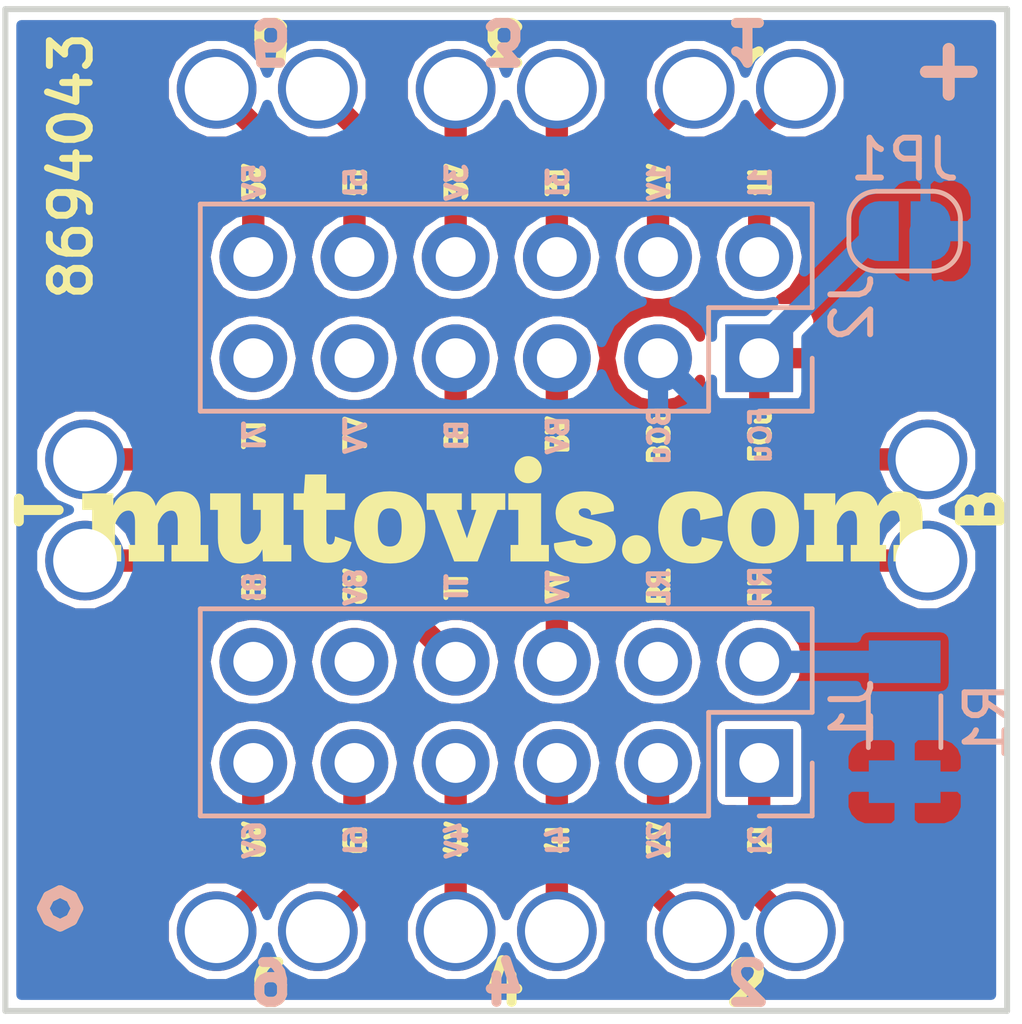
<source format=kicad_pcb>
(kicad_pcb (version 20171130) (host pcbnew 5.0.2)

  (general
    (thickness 1.6)
    (drawings 71)
    (tracks 39)
    (zones 0)
    (modules 21)
    (nets 25)
  )

  (page A4)
  (layers
    (0 F.Cu signal)
    (31 B.Cu signal)
    (32 B.Adhes user)
    (33 F.Adhes user)
    (34 B.Paste user)
    (35 F.Paste user)
    (36 B.SilkS user)
    (37 F.SilkS user)
    (38 B.Mask user)
    (39 F.Mask user)
    (40 Dwgs.User user)
    (41 Cmts.User user)
    (42 Eco1.User user)
    (43 Eco2.User user)
    (44 Edge.Cuts user)
    (45 Margin user)
    (46 B.CrtYd user)
    (47 F.CrtYd user)
    (48 B.Fab user)
    (49 F.Fab user)
  )

  (setup
    (last_trace_width 0.25)
    (user_trace_width 0.2)
    (user_trace_width 0.56)
    (trace_clearance 0.153)
    (zone_clearance 0.2)
    (zone_45_only no)
    (trace_min 0.2)
    (segment_width 0.2)
    (edge_width 0.15)
    (via_size 0.6)
    (via_drill 0.4)
    (via_min_size 0.4)
    (via_min_drill 0.3)
    (uvia_size 0.3)
    (uvia_drill 0.1)
    (uvias_allowed no)
    (uvia_min_size 0.2)
    (uvia_min_drill 0.1)
    (pcb_text_width 0.3)
    (pcb_text_size 1.5 1.5)
    (mod_edge_width 0.15)
    (mod_text_size 1 1)
    (mod_text_width 0.15)
    (pad_size 2 2)
    (pad_drill 1.6)
    (pad_to_mask_clearance 0.2)
    (solder_mask_min_width 0.25)
    (aux_axis_origin 0 0)
    (visible_elements FFFFFF7F)
    (pcbplotparams
      (layerselection 0x010fc_ffffffff)
      (usegerberextensions true)
      (usegerberattributes true)
      (usegerberadvancedattributes false)
      (creategerberjobfile false)
      (excludeedgelayer true)
      (linewidth 0.150000)
      (plotframeref false)
      (viasonmask false)
      (mode 1)
      (useauxorigin true)
      (hpglpennumber 1)
      (hpglpenspeed 20)
      (hpglpendiameter 15.000000)
      (psnegative false)
      (psa4output false)
      (plotreference true)
      (plotvalue true)
      (plotinvisibletext false)
      (padsonsilk false)
      (subtractmaskfromsilk true)
      (outputformat 1)
      (mirror false)
      (drillshape 0)
      (scaleselection 1)
      (outputdirectory "output/"))
  )

  (net 0 "")
  (net 1 /I2)
  (net 2 /V2)
  (net 3 /I4)
  (net 4 /VT)
  (net 5 /V4)
  (net 6 /IT)
  (net 7 /I6)
  (net 8 /V6)
  (net 9 /I1)
  (net 10 /V1)
  (net 11 /I3)
  (net 12 /V3)
  (net 13 /I5)
  (net 14 /V5)
  (net 15 /RH)
  (net 16 /VB)
  (net 17 /IB)
  (net 18 /FCu)
  (net 19 "Net-(J1-Pad10)")
  (net 20 "Net-(J1-Pad12)")
  (net 21 "Net-(J2-Pad9)")
  (net 22 "Net-(J2-Pad11)")
  (net 23 "Net-(J1-Pad4)")
  (net 24 GND)

  (net_class Default "This is the default net class."
    (clearance 0.153)
    (trace_width 0.25)
    (via_dia 0.6)
    (via_drill 0.4)
    (uvia_dia 0.3)
    (uvia_drill 0.1)
    (add_net /FCu)
    (add_net /I1)
    (add_net /I2)
    (add_net /I3)
    (add_net /I4)
    (add_net /I5)
    (add_net /I6)
    (add_net /IB)
    (add_net /IT)
    (add_net /RH)
    (add_net /V1)
    (add_net /V2)
    (add_net /V3)
    (add_net /V4)
    (add_net /V5)
    (add_net /V6)
    (add_net /VB)
    (add_net /VT)
    (add_net GND)
    (add_net "Net-(J1-Pad10)")
    (add_net "Net-(J1-Pad12)")
    (add_net "Net-(J1-Pad4)")
    (add_net "Net-(J2-Pad11)")
    (add_net "Net-(J2-Pad9)")
  )

  (module myParts:S25-022+P25-4023 (layer F.Cu) (tedit 5A01F89E) (tstamp 58E52FE7)
    (at -4.73 -10.573 90)
    (path /58E4CA77)
    (fp_text reference TP16 (at 0 1.778 90) (layer F.SilkS) hide
      (effects (font (size 1 1) (thickness 0.15)))
    )
    (fp_text value TEST (at 0 -0.5 90) (layer F.Fab) hide
      (effects (font (size 1 1) (thickness 0.15)))
    )
    (pad 1 thru_hole circle (at 0 0 90) (size 2 2) (drill 1.6) (layers *.Cu *.Mask)
      (net 13 /I5))
    (model ${KIPRJMOD}/sharedLibs/myparts.3dshapes/S25-022+P25-4023.step
      (offset (xyz 0 0 5.499999917398286))
      (scale (xyz 1 1 1))
      (rotate (xyz -90 0 0))
    )
  )

  (module myParts:S25-022+P25-4023 (layer F.Cu) (tedit 5A01F898) (tstamp 58E52FE3)
    (at -7.27 -10.573 90)
    (path /58E4CA7D)
    (fp_text reference TP15 (at 0 1.778 90) (layer F.SilkS) hide
      (effects (font (size 1 1) (thickness 0.15)))
    )
    (fp_text value TEST (at 0 -0.5 90) (layer F.Fab) hide
      (effects (font (size 1 1) (thickness 0.15)))
    )
    (pad 1 thru_hole circle (at 0 0 90) (size 2 2) (drill 1.6) (layers *.Cu *.Mask)
      (net 14 /V5))
    (model ${KIPRJMOD}/sharedLibs/myparts.3dshapes/S25-022+P25-4023.step
      (offset (xyz 0 0 5.499999917398286))
      (scale (xyz 1 1 1))
      (rotate (xyz -90 0 0))
    )
  )

  (module myParts:S25-022+P25-4023 (layer F.Cu) (tedit 5A01F949) (tstamp 58E52FD7)
    (at 10.573 -1.27 90)
    (path /58E4C3ED)
    (fp_text reference TP12 (at 0 1.778 90) (layer F.SilkS) hide
      (effects (font (size 1 1) (thickness 0.15)))
    )
    (fp_text value TEST (at 0 -0.5 90) (layer F.Fab) hide
      (effects (font (size 1 1) (thickness 0.15)))
    )
    (pad 1 thru_hole circle (at 0 0 90) (size 2 2) (drill 1.6) (layers *.Cu *.Mask)
      (net 16 /VB))
    (model ${KIPRJMOD}/sharedLibs/myparts.3dshapes/S25-022+P25-4023.step
      (offset (xyz 0 0 5.499999917398286))
      (scale (xyz 1 1 1))
      (rotate (xyz -90 0 0))
    )
  )

  (module myParts:S25-022+P25-4023 (layer F.Cu) (tedit 5A01F91C) (tstamp 58E52FD3)
    (at -10.573 -1.27 90)
    (path /58E4CC49)
    (fp_text reference TP11 (at 0 1.778 90) (layer F.SilkS) hide
      (effects (font (size 1 1) (thickness 0.15)))
    )
    (fp_text value TEST (at 0 -0.5 90) (layer F.Fab) hide
      (effects (font (size 1 1) (thickness 0.15)))
    )
    (pad 1 thru_hole circle (at 0 0 90) (size 2 2) (drill 1.6) (layers *.Cu *.Mask)
      (net 4 /VT))
    (model ${KIPRJMOD}/sharedLibs/myparts.3dshapes/S25-022+P25-4023.step
      (offset (xyz 0 0 5.499999917398286))
      (scale (xyz 1 1 1))
      (rotate (xyz -90 0 0))
    )
  )

  (module myParts:S25-022+P25-4023 (layer F.Cu) (tedit 5A01F92F) (tstamp 58E52FCF)
    (at 10.573 1.27 90)
    (path /58E4C4C8)
    (fp_text reference TP10 (at 0 1.778 90) (layer F.SilkS) hide
      (effects (font (size 1 1) (thickness 0.15)))
    )
    (fp_text value TEST (at 0 -0.5 90) (layer F.Fab) hide
      (effects (font (size 1 1) (thickness 0.15)))
    )
    (pad 1 thru_hole circle (at 0 0 90) (size 2 2) (drill 1.6) (layers *.Cu *.Mask)
      (net 17 /IB))
    (model ${KIPRJMOD}/sharedLibs/myparts.3dshapes/S25-022+P25-4023.step
      (offset (xyz 0 0 5.499999917398286))
      (scale (xyz 1 1 1))
      (rotate (xyz -90 0 0))
    )
  )

  (module myParts:S25-022+P25-4023 (layer F.Cu) (tedit 5A01F925) (tstamp 58E52FCB)
    (at -10.573 1.27 90)
    (path /58E4CC43)
    (fp_text reference TP9 (at 0 1.778 90) (layer F.SilkS) hide
      (effects (font (size 1 1) (thickness 0.15)))
    )
    (fp_text value TEST (at 0 -0.5 90) (layer F.Fab) hide
      (effects (font (size 1 1) (thickness 0.15)))
    )
    (pad 1 thru_hole circle (at 0 0 90) (size 2 2) (drill 1.6) (layers *.Cu *.Mask)
      (net 6 /IT))
    (model ${KIPRJMOD}/sharedLibs/myparts.3dshapes/S25-022+P25-4023.step
      (offset (xyz 0 0 5.499999917398286))
      (scale (xyz 1 1 1))
      (rotate (xyz -90 0 0))
    )
  )

  (module myParts:S25-022+P25-4023 (layer F.Cu) (tedit 5A01F857) (tstamp 58E52FC7)
    (at 7.27 10.573 90)
    (path /58E4C6B7)
    (fp_text reference TP8 (at 0 1.778 90) (layer F.SilkS) hide
      (effects (font (size 1 1) (thickness 0.15)))
    )
    (fp_text value TEST (at 0 -0.5 90) (layer F.Fab) hide
      (effects (font (size 1 1) (thickness 0.15)))
    )
    (pad 1 thru_hole circle (at 0 0 90) (size 2 2) (drill 1.6) (layers *.Cu *.Mask)
      (net 1 /I2))
    (model ${KIPRJMOD}/sharedLibs/myparts.3dshapes/S25-022+P25-4023.step
      (offset (xyz 0 0 5.499999917398286))
      (scale (xyz 1 1 1))
      (rotate (xyz -90 0 0))
    )
  )

  (module myParts:S25-022+P25-4023 (layer F.Cu) (tedit 5A01F7B3) (tstamp 58E52FC3)
    (at 4.73 10.573 90)
    (path /58E4C6BD)
    (fp_text reference TP7 (at 0 1.778 90) (layer F.SilkS) hide
      (effects (font (size 1 1) (thickness 0.15)))
    )
    (fp_text value TEST (at 0 -0.5 90) (layer F.Fab) hide
      (effects (font (size 1 1) (thickness 0.15)))
    )
    (pad 1 thru_hole circle (at 0 0 90) (size 2 2) (drill 1.6) (layers *.Cu *.Mask)
      (net 2 /V2))
    (model ${KIPRJMOD}/sharedLibs/myparts.3dshapes/S25-022+P25-4023.step
      (offset (xyz 0 0 5.499999917398286))
      (scale (xyz 1 1 1))
      (rotate (xyz -90 0 0))
    )
  )

  (module myParts:S25-022+P25-4023 (layer F.Cu) (tedit 5A01F78C) (tstamp 58E52FBF)
    (at 1.27 10.573 90)
    (path /58E4C4F2)
    (fp_text reference TP6 (at 0 1.778 90) (layer F.SilkS) hide
      (effects (font (size 1 1) (thickness 0.15)))
    )
    (fp_text value TEST (at 0 -0.5 90) (layer F.Fab) hide
      (effects (font (size 1 1) (thickness 0.15)))
    )
    (pad 1 thru_hole circle (at 0 0 90) (size 2 2) (drill 1.6) (layers *.Cu *.Mask)
      (net 3 /I4))
    (model ${KIPRJMOD}/sharedLibs/myparts.3dshapes/S25-022+P25-4023.step
      (offset (xyz 0 0 5.499999917398286))
      (scale (xyz 1 1 1))
      (rotate (xyz -90 0 0))
    )
  )

  (module myParts:S25-022+P25-4023 (layer F.Cu) (tedit 5A01F79C) (tstamp 58E52FBB)
    (at -1.27 10.573 90)
    (path /58E4C553)
    (fp_text reference TP5 (at 0 1.778 90) (layer F.SilkS) hide
      (effects (font (size 1 1) (thickness 0.15)))
    )
    (fp_text value TEST (at 0 -0.5 90) (layer F.Fab) hide
      (effects (font (size 1 1) (thickness 0.15)))
    )
    (pad 1 thru_hole circle (at 0 0 90) (size 2 2) (drill 1.6) (layers *.Cu *.Mask)
      (net 5 /V4))
    (model ${KIPRJMOD}/sharedLibs/myparts.3dshapes/S25-022+P25-4023.step
      (offset (xyz 0 0 5.499999917398286))
      (scale (xyz 1 1 1))
      (rotate (xyz -90 0 0))
    )
  )

  (module myParts:S25-022+P25-4023 (layer F.Cu) (tedit 5A01F7A7) (tstamp 58E52FB7)
    (at -4.73 10.573 90)
    (path /58E4C747)
    (fp_text reference TP4 (at 0 1.778 90) (layer F.SilkS) hide
      (effects (font (size 1 1) (thickness 0.15)))
    )
    (fp_text value TEST (at 0 -0.5 90) (layer F.Fab) hide
      (effects (font (size 1 1) (thickness 0.15)))
    )
    (pad 1 thru_hole circle (at 0 0 90) (size 2 2) (drill 1.6) (layers *.Cu *.Mask)
      (net 7 /I6))
    (model ${KIPRJMOD}/sharedLibs/myparts.3dshapes/S25-022+P25-4023.step
      (offset (xyz 0 0 5.499999917398286))
      (scale (xyz 1 1 1))
      (rotate (xyz -90 0 0))
    )
  )

  (module myParts:S25-022+P25-4023 (layer F.Cu) (tedit 5A01F7AD) (tstamp 58E52FB3)
    (at -7.27 10.573 90)
    (path /58E4C74D)
    (fp_text reference TP3 (at 0 1.778 90) (layer F.SilkS) hide
      (effects (font (size 1 1) (thickness 0.15)))
    )
    (fp_text value TEST (at 0 -0.5 90) (layer F.Fab) hide
      (effects (font (size 1 1) (thickness 0.15)))
    )
    (pad 1 thru_hole circle (at 0 0 90) (size 2 2) (drill 1.6) (layers *.Cu *.Mask)
      (net 8 /V6))
    (model ${KIPRJMOD}/sharedLibs/myparts.3dshapes/S25-022+P25-4023.step
      (offset (xyz 0 0 5.499999917398286))
      (scale (xyz 1 1 1))
      (rotate (xyz -90 0 0))
    )
  )

  (module myParts:S25-022+P25-4023 (layer F.Cu) (tedit 5A01F8D9) (tstamp 599D8D18)
    (at -1.27 -10.573 90)
    (path /58E4CA65)
    (fp_text reference TP17 (at 0 1.778 90) (layer F.SilkS) hide
      (effects (font (size 1 1) (thickness 0.15)))
    )
    (fp_text value TEST (at 0 -0.5 90) (layer F.Fab) hide
      (effects (font (size 1 1) (thickness 0.15)))
    )
    (pad 1 thru_hole circle (at 0 0 90) (size 2 2) (drill 1.6) (layers *.Cu *.Mask)
      (net 12 /V3))
    (model ${KIPRJMOD}/sharedLibs/myparts.3dshapes/S25-022+P25-4023.step
      (offset (xyz 0 0 5.499999917398286))
      (scale (xyz 1 1 1))
      (rotate (xyz -90 0 0))
    )
  )

  (module myParts:S25-022+P25-4023 (layer F.Cu) (tedit 5A01F8E2) (tstamp 599D8D1D)
    (at 1.27 -10.573 90)
    (path /58E4CA5F)
    (fp_text reference TP18 (at 0 1.778 90) (layer F.SilkS) hide
      (effects (font (size 1 1) (thickness 0.15)))
    )
    (fp_text value TEST (at 0 -0.5 90) (layer F.Fab) hide
      (effects (font (size 1 1) (thickness 0.15)))
    )
    (pad 1 thru_hole circle (at 0 0 90) (size 2 2) (drill 1.6) (layers *.Cu *.Mask)
      (net 11 /I3))
    (model ${KIPRJMOD}/sharedLibs/myparts.3dshapes/S25-022+P25-4023.step
      (offset (xyz 0 0 5.499999917398286))
      (scale (xyz 1 1 1))
      (rotate (xyz -90 0 0))
    )
  )

  (module myParts:S25-022+P25-4023 (layer F.Cu) (tedit 5A01F8E8) (tstamp 599D8D22)
    (at 4.73 -10.573 90)
    (path /58E4CA71)
    (fp_text reference TP19 (at 0 1.778 90) (layer F.SilkS) hide
      (effects (font (size 1 1) (thickness 0.15)))
    )
    (fp_text value TEST (at 0 -0.5 90) (layer F.Fab) hide
      (effects (font (size 1 1) (thickness 0.15)))
    )
    (pad 1 thru_hole circle (at 0 0 90) (size 2 2) (drill 1.6) (layers *.Cu *.Mask)
      (net 10 /V1))
    (model ${KIPRJMOD}/sharedLibs/myparts.3dshapes/S25-022+P25-4023.step
      (offset (xyz 0 0 5.499999917398286))
      (scale (xyz 1 1 1))
      (rotate (xyz -90 0 0))
    )
  )

  (module myParts:S25-022+P25-4023 (layer F.Cu) (tedit 5A01F8EB) (tstamp 599D8D27)
    (at 7.27 -10.573 90)
    (path /58E4CA6B)
    (fp_text reference TP20 (at 0 1.778 90) (layer F.SilkS) hide
      (effects (font (size 1 1) (thickness 0.15)))
    )
    (fp_text value TEST (at 0 -0.5 90) (layer F.Fab) hide
      (effects (font (size 1 1) (thickness 0.15)))
    )
    (pad 1 thru_hole circle (at 0 0 90) (size 2 2) (drill 1.6) (layers *.Cu *.Mask)
      (net 9 /I1))
    (model ${KIPRJMOD}/sharedLibs/myparts.3dshapes/S25-022+P25-4023.step
      (offset (xyz 0 0 5.499999917398286))
      (scale (xyz 1 1 1))
      (rotate (xyz -90 0 0))
    )
  )

  (module Jumper:SolderJumper-2_P1.3mm_Open_RoundedPad1.0x1.5mm (layer B.Cu) (tedit 5C4041C1) (tstamp 5AEB95DD)
    (at 10 -7 180)
    (descr "SMD Solder Jumper, 1x1.5mm, rounded Pads, 0.3mm gap, open")
    (tags "solder jumper open")
    (path /59F4B423)
    (attr virtual)
    (fp_text reference JP1 (at 0 1.8 180) (layer B.SilkS)
      (effects (font (size 1 1) (thickness 0.15)) (justify mirror))
    )
    (fp_text value Jumper_NO_Small (at 0 -1.9 180) (layer B.Fab) hide
      (effects (font (size 1 1) (thickness 0.15)) (justify mirror))
    )
    (fp_arc (start 0.7 0.3) (end 1.4 0.3) (angle 90) (layer B.SilkS) (width 0.12))
    (fp_arc (start 0.7 -0.3) (end 0.7 -1) (angle 90) (layer B.SilkS) (width 0.12))
    (fp_arc (start -0.7 -0.3) (end -1.4 -0.3) (angle 90) (layer B.SilkS) (width 0.12))
    (fp_arc (start -0.7 0.3) (end -0.7 1) (angle 90) (layer B.SilkS) (width 0.12))
    (fp_line (start -1.4 -0.3) (end -1.4 0.3) (layer B.SilkS) (width 0.12))
    (fp_line (start 0.7 -1) (end -0.7 -1) (layer B.SilkS) (width 0.12))
    (fp_line (start 1.4 0.3) (end 1.4 -0.3) (layer B.SilkS) (width 0.12))
    (fp_line (start -0.7 1) (end 0.7 1) (layer B.SilkS) (width 0.12))
    (fp_line (start -1.65 1.25) (end 1.65 1.25) (layer B.CrtYd) (width 0.05))
    (fp_line (start -1.65 1.25) (end -1.65 -1.25) (layer B.CrtYd) (width 0.05))
    (fp_line (start 1.65 -1.25) (end 1.65 1.25) (layer B.CrtYd) (width 0.05))
    (fp_line (start 1.65 -1.25) (end -1.65 -1.25) (layer B.CrtYd) (width 0.05))
    (pad 2 smd roundrect (at 0.65 0 180) (size 1 1.5) (layers B.Cu B.Mask) (roundrect_rratio 0.5)
      (net 18 /FCu))
    (pad 1 smd roundrect (at -0.65 0 180) (size 1 1.5) (layers B.Cu B.Mask) (roundrect_rratio 0.5)
      (net 24 GND))
    (pad 1 smd rect (at -0.4 0 180) (size 0.5 1.5) (layers B.Cu B.Mask)
      (net 24 GND))
    (pad 2 smd rect (at 0.4 0 180) (size 0.5 1.5) (layers B.Cu B.Mask)
      (net 18 /FCu))
  )

  (module Resistor_SMD:R_1206_3216Metric (layer B.Cu) (tedit 59FE48B8) (tstamp 5B054D06)
    (at 10 5.315 90)
    (descr "Resistor SMD 1206 (3216 Metric), square (rectangular) end terminal, IPC_7351 nominal, (Body size source: http://www.tortai-tech.com/upload/download/2011102023233369053.pdf), generated with kicad-footprint-generator")
    (tags resistor)
    (path /599DBDE1)
    (attr smd)
    (fp_text reference R1 (at 0 2.05 90) (layer B.SilkS)
      (effects (font (size 1 1) (thickness 0.15)) (justify mirror))
    )
    (fp_text value 200k (at 0 -2.05 90) (layer B.Fab)
      (effects (font (size 1 1) (thickness 0.15)) (justify mirror))
    )
    (fp_line (start -1.6 -0.8) (end -1.6 0.8) (layer B.Fab) (width 0.1))
    (fp_line (start -1.6 0.8) (end 1.6 0.8) (layer B.Fab) (width 0.1))
    (fp_line (start 1.6 0.8) (end 1.6 -0.8) (layer B.Fab) (width 0.1))
    (fp_line (start 1.6 -0.8) (end -1.6 -0.8) (layer B.Fab) (width 0.1))
    (fp_line (start -0.65 0.91) (end 0.65 0.91) (layer B.SilkS) (width 0.12))
    (fp_line (start -0.65 -0.91) (end 0.65 -0.91) (layer B.SilkS) (width 0.12))
    (fp_line (start -2.29 -1.15) (end -2.29 1.15) (layer B.CrtYd) (width 0.05))
    (fp_line (start -2.29 1.15) (end 2.29 1.15) (layer B.CrtYd) (width 0.05))
    (fp_line (start 2.29 1.15) (end 2.29 -1.15) (layer B.CrtYd) (width 0.05))
    (fp_line (start 2.29 -1.15) (end -2.29 -1.15) (layer B.CrtYd) (width 0.05))
    (fp_text user %R (at 0 0 90) (layer B.Fab)
      (effects (font (size 0.8 0.8) (thickness 0.12)) (justify mirror))
    )
    (pad 1 smd rect (at -1.505 0 90) (size 1.07 1.8) (layers B.Cu B.Paste B.Mask)
      (net 24 GND))
    (pad 2 smd rect (at 1.505 0 90) (size 1.07 1.8) (layers B.Cu B.Paste B.Mask)
      (net 15 /RH))
    (model ${KISYS3DMOD}/Resistor_SMD.3dshapes/R_1206_3216Metric.wrl
      (at (xyz 0 0 0))
      (scale (xyz 1 1 1))
      (rotate (xyz 0 0 0))
    )
  )

  (module logo:text (layer F.Cu) (tedit 5C1C3C15) (tstamp 5C403F73)
    (at 0 0)
    (descr "Imported from refined_output/text.svg")
    (tags svg2mod)
    (path /59BFB10C)
    (attr smd)
    (fp_text reference L1 (at 0 -4.40002) (layer F.SilkS) hide
      (effects (font (size 1.524 1.524) (thickness 0.3048)))
    )
    (fp_text value grey@mutovis.com (at 0 4.40002) (layer F.SilkS) hide
      (effects (font (size 1.524 1.524) (thickness 0.3048)))
    )
    (fp_poly (pts (xy 0.59195 -0.674985) (xy 0.63354 -0.682812) (xy 0.673097 -0.695459) (xy 0.710322 -0.712582)
      (xy 0.744908 -0.733863) (xy 0.77656 -0.758964) (xy 0.804968 -0.787555) (xy 0.829834 -0.819307)
      (xy 0.85086 -0.853891) (xy 0.867735 -0.890967) (xy 0.880166 -0.930213) (xy 0.887846 -0.971292)
      (xy 0.890468 -1.013882) (xy 0.887846 -1.056408) (xy 0.880166 -1.097332) (xy 0.867735 -1.136331)
      (xy 0.85086 -1.173098) (xy 0.829834 -1.207316) (xy 0.804968 -1.238683) (xy 0.77656 -1.266877)
      (xy 0.744908 -1.291594) (xy 0.710322 -1.312515) (xy 0.673097 -1.329329) (xy 0.63354 -1.341725)
      (xy 0.59195 -1.349395) (xy 0.548629 -1.35202) (xy 0.506037 -1.349395) (xy 0.464947 -1.341725)
      (xy 0.42568 -1.329329) (xy 0.388578 -1.312515) (xy 0.35397 -1.291594) (xy 0.322191 -1.266877)
      (xy 0.293566 -1.238683) (xy 0.268436 -1.207316) (xy 0.247131 -1.173098) (xy 0.229981 -1.136331)
      (xy 0.217316 -1.097332) (xy 0.209475 -1.056408) (xy 0.206786 -1.013882) (xy 0.209475 -0.971292)
      (xy 0.217316 -0.930213) (xy 0.229981 -0.890967) (xy 0.247131 -0.853891) (xy 0.268436 -0.819307)
      (xy 0.293566 -0.787555) (xy 0.322191 -0.758964) (xy 0.35397 -0.733863) (xy 0.388578 -0.712582)
      (xy 0.42568 -0.695459) (xy 0.464947 -0.682812) (xy 0.506037 -0.674985) (xy 0.548629 -0.672305)
      (xy 0.59195 -0.674985)) (layer F.SilkS) (width 0))
    (fp_poly (pts (xy -4.394822 1.321857) (xy -4.313568 1.310255) (xy -4.241681 1.29147) (xy -4.178472 1.265958)
      (xy -4.123174 1.234169) (xy -4.075099 1.196553) (xy -4.033507 1.153574) (xy -3.997709 1.105677)
      (xy -3.966964 1.053318) (xy -3.940532 0.996946) (xy -3.917725 0.937018) (xy -3.897802 0.873984)
      (xy -3.880048 0.808303) (xy -4.298884 0.66278) (xy -4.300815 0.686241) (xy -4.303302 0.709423)
      (xy -4.306504 0.73205) (xy -4.310631 0.753842) (xy -4.315791 0.774519) (xy -4.32222 0.79381)
      (xy -4.330078 0.811428) (xy -4.339497 0.827099) (xy -4.350663 0.840543) (xy -4.36376 0.851489)
      (xy -4.378973 0.859648) (xy -4.396436 0.864747) (xy -4.416359 0.866512) (xy -4.432472 0.865615)
      (xy -4.446971 0.862966) (xy -4.459883 0.858614) (xy -4.471286 0.852608) (xy -4.481235 0.844988)
      (xy -4.489781 0.835817) (xy -4.496977 0.825131) (xy -4.502904 0.812989) (xy -4.50764 0.799437)
      (xy -4.511186 0.784523) (xy -4.513673 0.768293) (xy -4.515101 0.750804) (xy -4.515578 0.732101)
      (xy -4.515578 -0.002908) (xy -4.045413 -0.002908) (xy -4.045413 -0.418302) (xy -4.515578 -0.418302)
      (xy -4.515578 -0.892438) (xy -5.048448 -0.892438) (xy -5.081521 -0.418302) (xy -5.338961 -0.418302)
      (xy -5.338961 -0.002908) (xy -5.08893 -0.002908) (xy -5.08893 0.732101) (xy -5.086231 0.801773)
      (xy -5.077897 0.870221) (xy -5.063477 0.936682) (xy -5.042495 1.000407) (xy -5.014529 1.060637)
      (xy -4.979128 1.116609) (xy -4.935868 1.167578) (xy -4.884301 1.21278) (xy -4.823949 1.251459)
      (xy -4.754417 1.282863) (xy -4.675254 1.306225) (xy -4.585983 1.320799) (xy -4.486209 1.325826)
      (xy -4.394822 1.321857)) (layer F.SilkS) (width 0))
    (fp_poly (pts (xy 8.458742 0.87683) (xy 8.300786 0.87683) (xy 8.300786 0.36592) (xy 8.308882 0.340607)
      (xy 8.319677 0.310966) (xy 8.333224 0.278099) (xy 8.349628 0.243108) (xy 8.368969 0.207108)
      (xy 8.391353 0.171197) (xy 8.416779 0.136485) (xy 8.445407 0.104082) (xy 8.47729 0.075087)
      (xy 8.512506 0.050609) (xy 8.551108 0.031755) (xy 8.59323 0.019635) (xy 8.638924 0.015348)
      (xy 8.6648 0.017165) (xy 8.688268 0.022591) (xy 8.709409 0.03161) (xy 8.728221 0.044202)
      (xy 8.74481 0.060351) (xy 8.759256 0.080024) (xy 8.771559 0.10321) (xy 8.781799 0.129888)
      (xy 8.790054 0.16003) (xy 8.796377 0.193615) (xy 8.800796 0.230633) (xy 8.803415 0.271049)
      (xy 8.804288 0.314853) (xy 8.804288 0.87683) (xy 8.646332 0.87683) (xy 8.646332 1.291962)
      (xy 9.535597 1.291962) (xy 9.535597 0.87683) (xy 9.377376 0.87683) (xy 9.377376 0.355334)
      (xy 9.386266 0.32954) (xy 9.397696 0.299973) (xy 9.411745 0.267642) (xy 9.428493 0.233572)
      (xy 9.447993 0.198775) (xy 9.470324 0.164265) (xy 9.495565 0.131063) (xy 9.52377 0.100182)
      (xy 9.555017 0.072636) (xy 9.58936 0.049442) (xy 9.626904 0.031618) (xy 9.667703 0.020181)
      (xy 9.711809 0.016143) (xy 9.737738 0.017891) (xy 9.76126 0.023144) (xy 9.7824 0.031909)
      (xy 9.801238 0.044202) (xy 9.817828 0.060028) (xy 9.832221 0.079403) (xy 9.844524 0.10233)
      (xy 9.854763 0.128822) (xy 9.862992 0.158891) (xy 9.869289 0.192546) (xy 9.873708 0.229793)
      (xy 9.876327 0.270646) (xy 9.877174 0.31512) (xy 9.877174 0.87683) (xy 9.719217 0.87683)
      (xy 9.719217 1.291962) (xy 10.645259 1.291962) (xy 10.645259 0.87683) (xy 10.450526 0.87683)
      (xy 10.450526 0.169332) (xy 10.445446 0.053282) (xy 10.430867 -0.048307) (xy 10.407663 -0.136342)
      (xy 10.376786 -0.211721) (xy 10.33911 -0.275345) (xy 10.295559 -0.328111) (xy 10.247061 -0.370918)
      (xy 10.194515 -0.404668) (xy 10.13882 -0.430269) (xy 10.080929 -0.44861) (xy 10.021742 -0.460596)
      (xy 9.962158 -0.467123) (xy 9.903103 -0.469102) (xy 9.816002 -0.464475) (xy 9.737606 -0.451412)
      (xy 9.667491 -0.431116) (xy 9.605182 -0.404806) (xy 9.550307 -0.373704) (xy 9.502391 -0.339015)
      (xy 9.461037 -0.301957) (xy 9.425768 -0.263746) (xy 9.396188 -0.225593) (xy 9.371872 -0.188718)
      (xy 9.352346 -0.154333) (xy 9.337212 -0.123654) (xy 9.326047 -0.097892) (xy 9.306706 -0.159032)
      (xy 9.282919 -0.213789) (xy 9.254953 -0.26242) (xy 9.223229 -0.305196) (xy 9.188013 -0.342362)
      (xy 9.149675 -0.374183) (xy 9.108586 -0.400922) (xy 9.065035 -0.422835) (xy 9.019368 -0.440183)
      (xy 8.971955 -0.453225) (xy 8.923139 -0.462218) (xy 8.873212 -0.467427) (xy 8.822544 -0.469102)
      (xy 8.740921 -0.464964) (xy 8.667022 -0.453211) (xy 8.600453 -0.43486) (xy 8.540922 -0.410897)
      (xy 8.488005 -0.382337) (xy 8.441359 -0.350185) (xy 8.40064 -0.315443) (xy 8.36545 -0.279108)
      (xy 8.335473 -0.242188) (xy 8.310338 -0.205686) (xy 8.289674 -0.17061) (xy 8.273111 -0.137961)
      (xy 8.260305 -0.10874) (xy 8.260305 -0.418302) (xy 7.477667 -0.418302) (xy 7.477667 -0.002908)
      (xy 7.727434 -0.002908) (xy 7.727434 0.87683) (xy 7.532701 0.87683) (xy 7.532701 1.291962)
      (xy 8.458742 1.291962) (xy 8.458742 0.87683)) (layer F.SilkS) (width 0))
    (fp_poly (pts (xy -9.664184 0.87683) (xy -9.82214 0.87683) (xy -9.82214 0.36592) (xy -9.814044 0.340607)
      (xy -9.803249 0.310966) (xy -9.789702 0.278099) (xy -9.773272 0.243108) (xy -9.753931 0.207108)
      (xy -9.731573 0.171197) (xy -9.706121 0.136485) (xy -9.677519 0.104082) (xy -9.645637 0.075087)
      (xy -9.610421 0.050609) (xy -9.571792 0.031755) (xy -9.529696 0.019635) (xy -9.484003 0.015348)
      (xy -9.458127 0.017165) (xy -9.434632 0.022591) (xy -9.413518 0.03161) (xy -9.394706 0.044202)
      (xy -9.37809 0.060351) (xy -9.36367 0.080024) (xy -9.351367 0.10321) (xy -9.341128 0.129888)
      (xy -9.332873 0.16003) (xy -9.326549 0.193615) (xy -9.322104 0.230633) (xy -9.319485 0.271049)
      (xy -9.318638 0.314853) (xy -9.318638 0.87683) (xy -9.476594 0.87683) (xy -9.476594 1.291962)
      (xy -8.58733 1.291962) (xy -8.58733 0.87683) (xy -8.745551 0.87683) (xy -8.745551 0.355334)
      (xy -8.736661 0.32954) (xy -8.725231 0.299973) (xy -8.711181 0.267642) (xy -8.694433 0.233572)
      (xy -8.674933 0.198775) (xy -8.652603 0.164265) (xy -8.627361 0.131063) (xy -8.599157 0.100182)
      (xy -8.567909 0.072636) (xy -8.53354 0.049442) (xy -8.496022 0.031618) (xy -8.455223 0.020181)
      (xy -8.411117 0.016143) (xy -8.385188 0.017891) (xy -8.361667 0.023144) (xy -8.340527 0.031909)
      (xy -8.321688 0.044202) (xy -8.305099 0.060028) (xy -8.290679 0.079403) (xy -8.278402 0.10233)
      (xy -8.268163 0.128822) (xy -8.259934 0.158891) (xy -8.253637 0.192546) (xy -8.249219 0.229793)
      (xy -8.246599 0.270646) (xy -8.245753 0.31512) (xy -8.245753 0.87683) (xy -8.403709 0.87683)
      (xy -8.403709 1.291962) (xy -7.477667 1.291962) (xy -7.477667 0.87683) (xy -7.672401 0.87683)
      (xy -7.672401 0.169332) (xy -7.677454 0.053282) (xy -7.692059 -0.048307) (xy -7.715263 -0.136342)
      (xy -7.74614 -0.211721) (xy -7.783817 -0.275345) (xy -7.827367 -0.328111) (xy -7.875865 -0.370918)
      (xy -7.928412 -0.404668) (xy -7.984106 -0.430269) (xy -8.041971 -0.44861) (xy -8.101184 -0.460596)
      (xy -8.160769 -0.467123) (xy -8.219824 -0.469102) (xy -8.306924 -0.464475) (xy -8.385321 -0.451412)
      (xy -8.455435 -0.431116) (xy -8.517718 -0.404806) (xy -8.572619 -0.373704) (xy -8.620509 -0.339015)
      (xy -8.661889 -0.301957) (xy -8.697158 -0.263746) (xy -8.726739 -0.225593) (xy -8.751054 -0.188718)
      (xy -8.77058 -0.154333) (xy -8.785714 -0.123654) (xy -8.79688 -0.097892) (xy -8.816194 -0.159032)
      (xy -8.840007 -0.213789) (xy -8.867947 -0.26242) (xy -8.899697 -0.305196) (xy -8.934913 -0.342362)
      (xy -8.973225 -0.374183) (xy -9.014341 -0.400922) (xy -9.057891 -0.422835) (xy -9.103558 -0.440183)
      (xy -9.150972 -0.453225) (xy -9.199787 -0.462218) (xy -9.249714 -0.467427) (xy -9.300382 -0.469102)
      (xy -9.382006 -0.464964) (xy -9.455904 -0.453211) (xy -9.522447 -0.43486) (xy -9.582004 -0.410897)
      (xy -9.634921 -0.382337) (xy -9.681567 -0.350185) (xy -9.722287 -0.315443) (xy -9.757476 -0.279108)
      (xy -9.787427 -0.242188) (xy -9.812589 -0.205686) (xy -9.833253 -0.17061) (xy -9.849816 -0.137961)
      (xy -9.862622 -0.10874) (xy -9.862622 -0.418302) (xy -10.645259 -0.418302) (xy -10.645259 -0.002908)
      (xy -10.395492 -0.002908) (xy -10.395492 0.87683) (xy -10.590226 0.87683) (xy -10.590226 1.291962)
      (xy -9.664184 1.291962) (xy -9.664184 0.87683)) (layer F.SilkS) (width 0))
    (fp_poly (pts (xy 6.399728 0.912353) (xy 6.60994 1.335605) (xy 6.741941 1.314724) (xy 6.858807 1.281)
      (xy 6.961174 1.235314) (xy 7.049783 1.178556) (xy 7.125348 1.111598) (xy 7.188531 1.035326)
      (xy 7.240072 0.950628) (xy 7.280659 0.858376) (xy 7.311006 0.759461) (xy 7.331803 0.654758)
      (xy 7.343788 0.545157) (xy 7.347598 0.431534) (xy 7.344132 0.323812) (xy 7.333099 0.218602)
      (xy 7.313573 0.116961) (xy 7.284654 0.019962) (xy 7.245443 -0.071343) (xy 7.195013 -0.155887)
      (xy 7.132466 -0.232606) (xy 7.056848 -0.300444) (xy 6.967286 -0.358324) (xy 6.862855 -0.405197)
      (xy 6.742628 -0.43999) (xy 6.605733 -0.461649) (xy 6.45119 -0.469102) (xy 6.299584 -0.461887)
      (xy 6.164778 -0.440895) (xy 6.045981 -0.407073) (xy 5.942317 -0.361401) (xy 5.853046 -0.304836)
      (xy 5.777296 -0.238343) (xy 5.714299 -0.162887) (xy 5.663234 -0.07943) (xy 5.623256 0.011064)
      (xy 5.593596 0.107631) (xy 5.573408 0.209304) (xy 5.561899 0.315123) (xy 5.558221 0.424126)
      (xy 5.562084 0.535743) (xy 5.574096 0.644238) (xy 5.595051 0.748608) (xy 5.625716 0.847843)
      (xy 5.666806 0.940921) (xy 5.719114 1.026841) (xy 5.783355 1.104586) (xy 5.860322 1.173145)
      (xy 5.950731 1.231507) (xy 6.055347 1.278664) (xy 6.174938 1.313597) (xy 6.310273 1.3353)
      (xy 6.462038 1.342759) (xy 6.60994 1.335605) (xy 6.399728 0.912353) (xy 6.351707 0.900299)
      (xy 6.310114 0.880998) (xy 6.274528 0.855098) (xy 6.244524 0.823239) (xy 6.219679 0.786073)
      (xy 6.199545 0.744248) (xy 6.18367 0.698401) (xy 6.171684 0.649188) (xy 6.163085 0.597245)
      (xy 6.157502 0.543228) (xy 6.15446 0.487777) (xy 6.153534 0.431534) (xy 6.15446 0.376207)
      (xy 6.157476 0.321756) (xy 6.163059 0.268809) (xy 6.171578 0.217972) (xy 6.183484 0.169865)
      (xy 6.199201 0.125108) (xy 6.219124 0.084316) (xy 6.24373 0.04811) (xy 6.27339 0.017104)
      (xy 6.308527 -0.008088) (xy 6.349616 -0.026849) (xy 6.39703 -0.038553) (xy 6.45119 -0.042594)
      (xy 6.506117 -0.038553) (xy 6.554139 -0.026821) (xy 6.595732 -0.007999) (xy 6.631318 0.01731)
      (xy 6.661322 0.048514) (xy 6.686166 0.085018) (xy 6.706301 0.126226) (xy 6.72215 0.171532)
      (xy 6.734162 0.220342) (xy 6.742734 0.272059) (xy 6.748343 0.326084) (xy 6.751386 0.381827)
      (xy 6.752286 0.438678) (xy 6.751386 0.495526) (xy 6.748343 0.551139) (xy 6.742787 0.604939)
      (xy 6.734268 0.656358) (xy 6.722361 0.704809) (xy 6.706645 0.749719) (xy 6.686696 0.79051)
      (xy 6.662116 0.826613) (xy 6.632456 0.857439) (xy 6.597293 0.882418) (xy 6.556229 0.900976)
      (xy 6.508816 0.912536) (xy 6.454629 0.916515) (xy 6.399728 0.912353)) (layer F.SilkS) (width 0))
    (fp_poly (pts (xy 4.778335 1.338774) (xy 4.873294 1.327056) (xy 4.959231 1.307958) (xy 5.036701 1.281833)
      (xy 5.106181 1.249038) (xy 5.168252 1.209925) (xy 5.223391 1.164851) (xy 5.272154 1.114162)
      (xy 5.315016 1.058224) (xy 5.352534 0.997383) (xy 5.385237 0.931991) (xy 5.413626 0.862411)
      (xy 5.438259 0.788989) (xy 4.905388 0.683153) (xy 4.903907 0.715802) (xy 4.899488 0.746288)
      (xy 4.892265 0.774532) (xy 4.882264 0.800453) (xy 4.86959 0.82398) (xy 4.854297 0.84503)
      (xy 4.836517 0.863527) (xy 4.816277 0.879394) (xy 4.793681 0.892552) (xy 4.76881 0.902918)
      (xy 4.741717 0.910419) (xy 4.712533 0.914978) (xy 4.681286 0.916515) (xy 4.637683 0.913859)
      (xy 4.598366 0.905887) (xy 4.563229 0.892586) (xy 4.532088 0.873947) (xy 4.504809 0.849962)
      (xy 4.481288 0.82062) (xy 4.461338 0.785909) (xy 4.444854 0.745819) (xy 4.431678 0.70034)
      (xy 4.421677 0.649463) (xy 4.414692 0.593179) (xy 4.410617 0.531475) (xy 4.409294 0.464342)
      (xy 4.409824 0.407735) (xy 4.411834 0.351252) (xy 4.415803 0.295665) (xy 4.422312 0.241735)
      (xy 4.431837 0.190228) (xy 4.44496 0.141915) (xy 4.462158 0.097558) (xy 4.484013 0.057924)
      (xy 4.511 0.023782) (xy 4.543703 -0.004107) (xy 4.582623 -0.02498) (xy 4.628317 -0.038065)
      (xy 4.681286 -0.042594) (xy 4.702479 -0.041601) (xy 4.723567 -0.038509) (xy 4.744257 -0.033163)
      (xy 4.764259 -0.025396) (xy 4.783309 -0.015048) (xy 4.801142 -0.001964) (xy 4.817467 0.014028)
      (xy 4.832046 0.033075) (xy 4.844561 0.055349) (xy 4.8548 0.081009) (xy 4.86242 0.110219)
      (xy 4.867209 0.143134) (xy 4.868505 0.215203) (xy 4.865965 0.250516) (xy 4.865172 0.256382)
      (xy 5.427411 0.143405) (xy 5.430745 0.10797) (xy 5.431115 0.077788) (xy 5.425824 0.000063)
      (xy 5.410293 -0.072207) (xy 5.384946 -0.138886) (xy 5.350232 -0.19984) (xy 5.306576 -0.254943)
      (xy 5.254427 -0.304058) (xy 5.194207 -0.34705) (xy 5.126395 -0.383793) (xy 5.051438 -0.414151)
      (xy 4.969735 -0.437995) (xy 4.881734 -0.45519) (xy 4.787913 -0.465602) (xy 4.688694 -0.469102)
      (xy 4.575691 -0.465017) (xy 4.467794 -0.452344) (xy 4.365691 -0.430463) (xy 4.270097 -0.39875)
      (xy 4.181647 -0.356586) (xy 4.101055 -0.303351) (xy 4.028982 -0.23842) (xy 3.966117 -0.161175)
      (xy 3.913174 -0.070992) (xy 3.870788 0.032744) (xy 3.839673 0.150668) (xy 3.820517 0.283391)
      (xy 3.813982 0.431534) (xy 3.818692 0.560349) (xy 3.833006 0.68029) (xy 3.857056 0.791108)
      (xy 3.891055 0.892555) (xy 3.935161 0.984386) (xy 3.989559 1.066341) (xy 4.054435 1.138183)
      (xy 4.129974 1.199654) (xy 4.21636 1.250507) (xy 4.313753 1.290493) (xy 4.422365 1.319362)
      (xy 4.542327 1.336867) (xy 4.673878 1.342759) (xy 4.778335 1.338774)) (layer F.SilkS) (width 0))
    (fp_poly (pts (xy 2.052373 1.339738) (xy 2.149946 1.330575) (xy 2.242717 1.315118) (xy 2.329982 1.293221)
      (xy 2.411037 1.264731) (xy 2.485189 1.229502) (xy 2.551726 1.187377) (xy 2.609943 1.13822)
      (xy 2.659155 1.081869) (xy 2.698657 1.018179) (xy 2.727735 0.947001) (xy 2.7457 0.868184)
      (xy 2.751865 0.78158) (xy 2.736122 0.649522) (xy 2.69236 0.542384) (xy 2.625659 0.456847)
      (xy 2.541117 0.38959) (xy 2.443819 0.3373) (xy 2.338874 0.296652) (xy 2.231385 0.26434)
      (xy 2.029142 0.21142) (xy 1.944592 0.184185) (xy 1.877886 0.152) (xy 1.834126 0.111555)
      (xy 1.818405 0.059531) (xy 1.81901 0.048445) (xy 1.820915 0.037286) (xy 1.824231 0.02622)
      (xy 1.829086 0.015409) (xy 1.835595 0.005021) (xy 1.843884 -0.004769) (xy 1.85407 -0.013797)
      (xy 1.866273 -0.0219) (xy 1.880621 -0.028904) (xy 1.897227 -0.034641) (xy 1.91621 -0.038949)
      (xy 1.9377 -0.041654) (xy 1.961806 -0.042594) (xy 1.986963 -0.04146) (xy 2.009942 -0.038161)
      (xy 2.03077 -0.032873) (xy 2.049476 -0.025763) (xy 2.066092 -0.016998) (xy 2.080641 -0.006748)
      (xy 2.093161 0.004815) (xy 2.103676 0.017524) (xy 2.112208 0.031206) (xy 2.118802 0.0457)
      (xy 2.123474 0.060831) (xy 2.12625 0.076435) (xy 2.126594 0.111971) (xy 2.12426 0.12623)
      (xy 2.123469 0.12885) (xy 2.696832 0.030161) (xy 2.703076 -0.018056) (xy 2.703976 -0.039155)
      (xy 2.698261 -0.100553) (xy 2.681645 -0.15757) (xy 2.654737 -0.210107) (xy 2.618251 -0.258076)
      (xy 2.572853 -0.301388) (xy 2.519198 -0.339949) (xy 2.457969 -0.373662) (xy 2.389836 -0.402443)
      (xy 2.31548 -0.426195) (xy 2.235568 -0.444829) (xy 2.150769 -0.458254) (xy 2.061763 -0.466377)
      (xy 1.969214 -0.469102) (xy 1.861487 -0.465234) (xy 1.762268 -0.453831) (xy 1.671574 -0.435177)
      (xy 1.589434 -0.409574) (xy 1.515856 -0.377316) (xy 1.450864 -0.3387) (xy 1.394481 -0.29402)
      (xy 1.346716 -0.243566) (xy 1.307595 -0.18764) (xy 1.277133 -0.126528) (xy 1.255353 -0.060536)
      (xy 1.242272 0.010051) (xy 1.237909 0.084929) (xy 1.253503 0.219898) (xy 1.296921 0.330466)
      (xy 1.363094 0.419705) (xy 1.446972 0.490687) (xy 1.543497 0.54648) (xy 1.647611 0.590154)
      (xy 1.754248 0.624783) (xy 1.858362 0.653427) (xy 1.954887 0.679163) (xy 2.038765 0.705055)
      (xy 2.104938 0.73418) (xy 2.148356 0.769598) (xy 2.16395 0.814386) (xy 2.162477 0.829737)
      (xy 2.158169 0.843803) (xy 2.151197 0.856593) (xy 2.141739 0.868115) (xy 2.129962 0.878381)
      (xy 2.116037 0.887401) (xy 2.100138 0.895185) (xy 2.082435 0.901744) (xy 2.063104 0.907088)
      (xy 2.042316 0.911226) (xy 2.020242 0.914174) (xy 1.997051 0.915931) (xy 1.972921 0.916515)
      (xy 1.936446 0.915375) (xy 1.903288 0.912044) (xy 1.873382 0.906662) (xy 1.846657 0.899365)
      (xy 1.823043 0.890303) (xy 1.802469 0.879603) (xy 1.784869 0.867411) (xy 1.770163 0.85387)
      (xy 1.758294 0.839111) (xy 1.749182 0.823281) (xy 1.74276 0.806515) (xy 1.738961 0.788949)
      (xy 1.737942 0.76733) (xy 1.741411 0.74877) (xy 1.201129 0.832642) (xy 1.197636 0.863064)
      (xy 1.197427 0.880265) (xy 1.203431 0.950123) (xy 1.220933 1.014049) (xy 1.249153 1.072096)
      (xy 1.287317 1.124332) (xy 1.334654 1.170812) (xy 1.390391 1.211605) (xy 1.45375 1.24676)
      (xy 1.523963 1.276341) (xy 1.60025 1.300413) (xy 1.681842 1.319031) (xy 1.767964 1.332252)
      (xy 1.857841 1.340142) (xy 1.950696 1.342759) (xy 2.052373 1.339738)) (layer F.SilkS) (width 0))
    (fp_poly (pts (xy -2.97774 0.912353) (xy -2.767528 1.335605) (xy -2.635507 1.314724) (xy -2.518661 1.281)
      (xy -2.416286 1.235314) (xy -2.327677 1.178556) (xy -2.252123 1.111598) (xy -2.188932 1.035326)
      (xy -2.137389 0.950628) (xy -2.096799 0.858376) (xy -2.066451 0.759461) (xy -2.045647 0.654758)
      (xy -2.033683 0.545157) (xy -2.029852 0.431534) (xy -2.033326 0.323812) (xy -2.044369 0.218602)
      (xy -2.063888 0.116961) (xy -2.092799 0.019962) (xy -2.132013 -0.071343) (xy -2.182442 -0.155887)
      (xy -2.245003 -0.232606) (xy -2.320608 -0.300444) (xy -2.410169 -0.358324) (xy -2.514603 -0.405197)
      (xy -2.634821 -0.43999) (xy -2.771735 -0.461649) (xy -2.926252 -0.469102) (xy -3.077858 -0.461887)
      (xy -3.212663 -0.440895) (xy -3.331488 -0.407073) (xy -3.435125 -0.361401) (xy -3.524422 -0.304836)
      (xy -3.600146 -0.238343) (xy -3.663143 -0.162887) (xy -3.714234 -0.07943) (xy -3.754186 0.011064)
      (xy -3.783872 0.107631) (xy -3.80406 0.209304) (xy -3.815569 0.315123) (xy -3.819221 0.424126)
      (xy -3.815384 0.535743) (xy -3.803372 0.644238) (xy -3.782391 0.748608) (xy -3.751752 0.847843)
      (xy -3.710636 0.940921) (xy -3.658354 1.026841) (xy -3.594113 1.104586) (xy -3.517146 1.173145)
      (xy -3.426738 1.231507) (xy -3.322122 1.278664) (xy -3.202503 1.313597) (xy -3.067196 1.3353)
      (xy -2.915404 1.342759) (xy -2.767528 1.335605) (xy -2.97774 0.912353) (xy -3.025762 0.900299)
      (xy -3.067354 0.880998) (xy -3.102941 0.855098) (xy -3.132944 0.823239) (xy -3.157789 0.786073)
      (xy -3.177924 0.744248) (xy -3.193772 0.698401) (xy -3.205784 0.649188) (xy -3.214357 0.597245)
      (xy -3.219966 0.543228) (xy -3.223009 0.487777) (xy -3.223908 0.431534) (xy -3.223009 0.376207)
      (xy -3.219966 0.321756) (xy -3.21441 0.268809) (xy -3.20589 0.217972) (xy -3.193984 0.169865)
      (xy -3.178268 0.125108) (xy -3.158318 0.084316) (xy -3.133738 0.04811) (xy -3.104078 0.017104)
      (xy -3.068915 -0.008088) (xy -3.027852 -0.026849) (xy -2.980439 -0.038553) (xy -2.926252 -0.042594)
      (xy -2.871351 -0.038553) (xy -2.823303 -0.026821) (xy -2.78171 -0.007999) (xy -2.74615 0.01731)
      (xy -2.716146 0.048514) (xy -2.691289 0.085018) (xy -2.671154 0.126226) (xy -2.6553 0.171532)
      (xy -2.643299 0.220342) (xy -2.634716 0.272059) (xy -2.62912 0.326084) (xy -2.62608 0.381827)
      (xy -2.625164 0.438678) (xy -2.62608 0.495526) (xy -2.629106 0.551139) (xy -2.634676 0.604939)
      (xy -2.643198 0.656358) (xy -2.655104 0.704809) (xy -2.670815 0.749719) (xy -2.690752 0.79051)
      (xy -2.715353 0.826613) (xy -2.745012 0.857439) (xy -2.780149 0.882418) (xy -2.821239 0.900976)
      (xy -2.868652 0.912536) (xy -2.922812 0.916515) (xy -2.97774 0.912353)) (layer F.SilkS) (width 0))
    (fp_poly (pts (xy 1.070388 0.87683) (xy 0.875652 0.87683) (xy 0.875652 -0.418302) (xy 0.052536 -0.418302)
      (xy 0.052536 -0.002908) (xy 0.302302 -0.002908) (xy 0.302302 0.87683) (xy 0.107567 0.87683)
      (xy 0.107567 1.291962) (xy 1.070388 1.291962) (xy 1.070388 0.87683)) (layer F.SilkS) (width 0))
    (fp_poly (pts (xy -0.219024 -0.002908) (xy -0.024292 -0.002908) (xy -0.024292 -0.418302) (xy -0.876776 -0.418302)
      (xy -0.876776 -0.002908) (xy -0.751893 -0.002908) (xy -0.986843 0.710405) (xy -1.244285 -0.002908)
      (xy -1.115695 -0.002908) (xy -1.115695 -0.418302) (xy -1.997554 -0.418302) (xy -1.997554 -0.002908)
      (xy -1.806525 -0.002908) (xy -1.306724 1.291962) (xy -0.71882 1.291962) (xy -0.219024 -0.002908)) (layer F.SilkS) (width 0))
    (fp_poly (pts (xy -6.608405 1.338624) (xy -6.533131 1.326887) (xy -6.465451 1.308551) (xy -6.404967 1.284614)
      (xy -6.351336 1.256084) (xy -6.304134 1.223959) (xy -6.262992 1.189243) (xy -6.227511 1.152939)
      (xy -6.197349 1.116048) (xy -6.172107 1.079573) (xy -6.151391 1.044515) (xy -6.134828 1.011879)
      (xy -6.122022 0.982661) (xy -6.107205 1.291962) (xy -5.394418 1.291962) (xy -5.394418 0.87683)
      (xy -5.589151 0.876299) (xy -5.589151 -0.418302) (xy -6.357236 -0.418302) (xy -6.357236 -0.002908)
      (xy -6.162503 -0.002908) (xy -6.162503 0.500328) (xy -6.171446 0.527155) (xy -6.183061 0.558076)
      (xy -6.197375 0.592004) (xy -6.214441 0.627847) (xy -6.234337 0.664529) (xy -6.257092 0.700957)
      (xy -6.282756 0.736054) (xy -6.311384 0.768727) (xy -6.343002 0.797889) (xy -6.377689 0.822461)
      (xy -6.415498 0.84136) (xy -6.456455 0.853492) (xy -6.500641 0.857778) (xy -6.526517 0.856032)
      (xy -6.549985 0.850777) (xy -6.571126 0.842009) (xy -6.589937 0.829716) (xy -6.606527 0.813886)
      (xy -6.620947 0.794516) (xy -6.633276 0.771587) (xy -6.643516 0.745097) (xy -6.651771 0.715027)
      (xy -6.658094 0.681372) (xy -6.662513 0.644124) (xy -6.665132 0.603267) (xy -6.666005 0.558799)
      (xy -6.666005 -0.418302) (xy -7.433826 -0.418302) (xy -7.433826 -0.002908) (xy -7.239093 -0.002908)
      (xy -7.239093 0.704587) (xy -7.234013 0.820633) (xy -7.219434 0.922212) (xy -7.19623 1.010228)
      (xy -7.165353 1.085584) (xy -7.127677 1.149177) (xy -7.084126 1.201916) (xy -7.035628 1.244689)
      (xy -6.983082 1.278412) (xy -6.927387 1.303984) (xy -6.869496 1.322302) (xy -6.810309 1.334269)
      (xy -6.750725 1.340788) (xy -6.69167 1.342759) (xy -6.608405 1.338624)) (layer F.SilkS) (width 0))
    (fp_poly (pts (xy 3.307808 1.349265) (xy 3.351437 1.341217) (xy 3.393136 1.328191) (xy 3.432612 1.31052)
      (xy 3.469442 1.288517) (xy 3.503282 1.262511) (xy 3.533815 1.232819) (xy 3.560617 1.199768)
      (xy 3.583371 1.163676) (xy 3.60168 1.124864) (xy 3.615227 1.083661) (xy 3.623588 1.040385)
      (xy 3.626472 0.995364) (xy 3.623588 0.949541) (xy 3.615227 0.905472) (xy 3.60168 0.863482)
      (xy 3.583371 0.823914) (xy 3.560617 0.787094) (xy 3.533815 0.753365) (xy 3.503282 0.723044)
      (xy 3.469442 0.69648) (xy 3.432612 0.673996) (xy 3.393136 0.65593) (xy 3.351437 0.642616)
      (xy 3.307808 0.63438) (xy 3.26267 0.631562) (xy 3.217664 0.63438) (xy 3.174378 0.642616)
      (xy 3.133209 0.65593) (xy 3.094421 0.673996) (xy 3.058358 0.69648) (xy 3.025338 0.723044)
      (xy 2.995679 0.753365) (xy 2.969697 0.787094) (xy 2.94771 0.823914) (xy 2.930062 0.863482)
      (xy 2.917071 0.905472) (xy 2.909028 0.949541) (xy 2.906276 0.995364) (xy 2.909028 1.040385)
      (xy 2.917071 1.083661) (xy 2.930062 1.124864) (xy 2.94771 1.163676) (xy 2.969697 1.199768)
      (xy 2.995679 1.232819) (xy 3.025338 1.262511) (xy 3.058358 1.288517) (xy 3.094421 1.31052)
      (xy 3.133209 1.328191) (xy 3.174378 1.341217) (xy 3.217664 1.349265) (xy 3.26267 1.35202)
      (xy 3.307808 1.349265)) (layer F.SilkS) (width 0))
  )

  (module Connector_PinHeader_2.54mm:PinHeader_2x06_P2.54mm_Vertical (layer B.Cu) (tedit 5C404716) (tstamp 5C40489E)
    (at 6.35 6.35 90)
    (descr "Through hole straight pin header, 2x06, 2.54mm pitch, double rows")
    (tags "Through hole pin header THT 2x06 2.54mm double row")
    (path /599DB107)
    (fp_text reference J1 (at 1.27 2.33 90) (layer B.SilkS)
      (effects (font (size 1 1) (thickness 0.15)) (justify mirror))
    )
    (fp_text value CONN_02X06 (at 1.27 -15.03 90) (layer B.Fab) hide
      (effects (font (size 1 1) (thickness 0.15)) (justify mirror))
    )
    (fp_line (start 0 1.27) (end 3.81 1.27) (layer B.Fab) (width 0.1))
    (fp_line (start 3.81 1.27) (end 3.81 -13.97) (layer B.Fab) (width 0.1))
    (fp_line (start 3.81 -13.97) (end -1.27 -13.97) (layer B.Fab) (width 0.1))
    (fp_line (start -1.27 -13.97) (end -1.27 0) (layer B.Fab) (width 0.1))
    (fp_line (start -1.27 0) (end 0 1.27) (layer B.Fab) (width 0.1))
    (fp_line (start -1.33 -14.03) (end 3.87 -14.03) (layer B.SilkS) (width 0.12))
    (fp_line (start -1.33 -1.27) (end -1.33 -14.03) (layer B.SilkS) (width 0.12))
    (fp_line (start 3.87 1.33) (end 3.87 -14.03) (layer B.SilkS) (width 0.12))
    (fp_line (start -1.33 -1.27) (end 1.27 -1.27) (layer B.SilkS) (width 0.12))
    (fp_line (start 1.27 -1.27) (end 1.27 1.33) (layer B.SilkS) (width 0.12))
    (fp_line (start 1.27 1.33) (end 3.87 1.33) (layer B.SilkS) (width 0.12))
    (fp_line (start -1.33 0) (end -1.33 1.33) (layer B.SilkS) (width 0.12))
    (fp_line (start -1.33 1.33) (end 0 1.33) (layer B.SilkS) (width 0.12))
    (fp_line (start -1.8 1.8) (end -1.8 -14.5) (layer B.CrtYd) (width 0.05))
    (fp_line (start -1.8 -14.5) (end 4.35 -14.5) (layer B.CrtYd) (width 0.05))
    (fp_line (start 4.35 -14.5) (end 4.35 1.8) (layer B.CrtYd) (width 0.05))
    (fp_line (start 4.35 1.8) (end -1.8 1.8) (layer B.CrtYd) (width 0.05))
    (fp_text user %R (at 1.27 -6.35) (layer B.Fab)
      (effects (font (size 1 1) (thickness 0.15)) (justify mirror))
    )
    (pad 1 thru_hole rect (at 0 0 90) (size 1.7 1.7) (drill 1) (layers *.Cu *.Mask)
      (net 1 /I2))
    (pad 2 thru_hole oval (at 2.54 0 90) (size 1.7 1.7) (drill 1) (layers *.Cu *.Mask)
      (net 15 /RH))
    (pad 3 thru_hole oval (at 0 -2.54 90) (size 1.7 1.7) (drill 1) (layers *.Cu *.Mask)
      (net 2 /V2))
    (pad 4 thru_hole oval (at 2.54 -2.54 90) (size 1.7 1.7) (drill 1) (layers *.Cu *.Mask)
      (net 23 "Net-(J1-Pad4)"))
    (pad 5 thru_hole oval (at 0 -5.08 90) (size 1.7 1.7) (drill 1) (layers *.Cu *.Mask)
      (net 3 /I4))
    (pad 6 thru_hole oval (at 2.54 -5.08 90) (size 1.7 1.7) (drill 1) (layers *.Cu *.Mask)
      (net 4 /VT))
    (pad 7 thru_hole oval (at 0 -7.62 90) (size 1.7 1.7) (drill 1) (layers *.Cu *.Mask)
      (net 5 /V4))
    (pad 8 thru_hole oval (at 2.54 -7.62 90) (size 1.7 1.7) (drill 1) (layers *.Cu *.Mask)
      (net 6 /IT))
    (pad 9 thru_hole oval (at 0 -10.16 90) (size 1.7 1.7) (drill 1) (layers *.Cu *.Mask)
      (net 7 /I6))
    (pad 10 thru_hole oval (at 2.54 -10.16 90) (size 1.7 1.7) (drill 1) (layers *.Cu *.Mask)
      (net 19 "Net-(J1-Pad10)"))
    (pad 11 thru_hole oval (at 0 -12.7 90) (size 1.7 1.7) (drill 1) (layers *.Cu *.Mask)
      (net 8 /V6))
    (pad 12 thru_hole oval (at 2.54 -12.7 90) (size 1.7 1.7) (drill 1) (layers *.Cu *.Mask)
      (net 20 "Net-(J1-Pad12)"))
    (model ${KISYS3DMOD}/Connector_PinHeader_2.54mm.3dshapes/PinHeader_2x06_P2.54mm_Vertical.wrl
      (at (xyz 0 0 0))
      (scale (xyz 1 1 1))
      (rotate (xyz 0 0 0))
    )
  )

  (module Connector_PinHeader_2.54mm:PinHeader_2x06_P2.54mm_Vertical (layer B.Cu) (tedit 5C404711) (tstamp 5C4048BF)
    (at 6.35 -3.81 90)
    (descr "Through hole straight pin header, 2x06, 2.54mm pitch, double rows")
    (tags "Through hole pin header THT 2x06 2.54mm double row")
    (path /599DB1BB)
    (fp_text reference J2 (at 1.27 2.33 90) (layer B.SilkS)
      (effects (font (size 1 1) (thickness 0.15)) (justify mirror))
    )
    (fp_text value CONN_02X06 (at 1.27 -15.03 90) (layer B.Fab) hide
      (effects (font (size 1 1) (thickness 0.15)) (justify mirror))
    )
    (fp_text user %R (at 1.27 -6.35) (layer B.Fab)
      (effects (font (size 1 1) (thickness 0.15)) (justify mirror))
    )
    (fp_line (start 4.35 1.8) (end -1.8 1.8) (layer B.CrtYd) (width 0.05))
    (fp_line (start 4.35 -14.5) (end 4.35 1.8) (layer B.CrtYd) (width 0.05))
    (fp_line (start -1.8 -14.5) (end 4.35 -14.5) (layer B.CrtYd) (width 0.05))
    (fp_line (start -1.8 1.8) (end -1.8 -14.5) (layer B.CrtYd) (width 0.05))
    (fp_line (start -1.33 1.33) (end 0 1.33) (layer B.SilkS) (width 0.12))
    (fp_line (start -1.33 0) (end -1.33 1.33) (layer B.SilkS) (width 0.12))
    (fp_line (start 1.27 1.33) (end 3.87 1.33) (layer B.SilkS) (width 0.12))
    (fp_line (start 1.27 -1.27) (end 1.27 1.33) (layer B.SilkS) (width 0.12))
    (fp_line (start -1.33 -1.27) (end 1.27 -1.27) (layer B.SilkS) (width 0.12))
    (fp_line (start 3.87 1.33) (end 3.87 -14.03) (layer B.SilkS) (width 0.12))
    (fp_line (start -1.33 -1.27) (end -1.33 -14.03) (layer B.SilkS) (width 0.12))
    (fp_line (start -1.33 -14.03) (end 3.87 -14.03) (layer B.SilkS) (width 0.12))
    (fp_line (start -1.27 0) (end 0 1.27) (layer B.Fab) (width 0.1))
    (fp_line (start -1.27 -13.97) (end -1.27 0) (layer B.Fab) (width 0.1))
    (fp_line (start 3.81 -13.97) (end -1.27 -13.97) (layer B.Fab) (width 0.1))
    (fp_line (start 3.81 1.27) (end 3.81 -13.97) (layer B.Fab) (width 0.1))
    (fp_line (start 0 1.27) (end 3.81 1.27) (layer B.Fab) (width 0.1))
    (pad 12 thru_hole oval (at 2.54 -12.7 90) (size 1.7 1.7) (drill 1) (layers *.Cu *.Mask)
      (net 14 /V5))
    (pad 11 thru_hole oval (at 0 -12.7 90) (size 1.7 1.7) (drill 1) (layers *.Cu *.Mask)
      (net 22 "Net-(J2-Pad11)"))
    (pad 10 thru_hole oval (at 2.54 -10.16 90) (size 1.7 1.7) (drill 1) (layers *.Cu *.Mask)
      (net 13 /I5))
    (pad 9 thru_hole oval (at 0 -10.16 90) (size 1.7 1.7) (drill 1) (layers *.Cu *.Mask)
      (net 21 "Net-(J2-Pad9)"))
    (pad 8 thru_hole oval (at 2.54 -7.62 90) (size 1.7 1.7) (drill 1) (layers *.Cu *.Mask)
      (net 12 /V3))
    (pad 7 thru_hole oval (at 0 -7.62 90) (size 1.7 1.7) (drill 1) (layers *.Cu *.Mask)
      (net 17 /IB))
    (pad 6 thru_hole oval (at 2.54 -5.08 90) (size 1.7 1.7) (drill 1) (layers *.Cu *.Mask)
      (net 11 /I3))
    (pad 5 thru_hole oval (at 0 -5.08 90) (size 1.7 1.7) (drill 1) (layers *.Cu *.Mask)
      (net 16 /VB))
    (pad 4 thru_hole oval (at 2.54 -2.54 90) (size 1.7 1.7) (drill 1) (layers *.Cu *.Mask)
      (net 10 /V1))
    (pad 3 thru_hole oval (at 0 -2.54 90) (size 1.7 1.7) (drill 1) (layers *.Cu *.Mask)
      (net 24 GND))
    (pad 2 thru_hole oval (at 2.54 0 90) (size 1.7 1.7) (drill 1) (layers *.Cu *.Mask)
      (net 9 /I1))
    (pad 1 thru_hole rect (at 0 0 90) (size 1.7 1.7) (drill 1) (layers *.Cu *.Mask)
      (net 18 /FCu))
    (model ${KISYS3DMOD}/Connector_PinHeader_2.54mm.3dshapes/PinHeader_2x06_P2.54mm_Vertical.wrl
      (at (xyz 0 0 0))
      (scale (xyz 1 1 1))
      (rotate (xyz 0 0 0))
    )
  )

  (gr_text 4I (at 1.3 8.285 90) (layer F.SilkS) (tstamp 599ECEB5)
    (effects (font (size 0.5 0.5) (thickness 0.125)))
  )
  (gr_text 4I (at 1.3 8.285 90) (layer B.SilkS) (tstamp 599ECEB4)
    (effects (font (size 0.5 0.5) (thickness 0.125)) (justify mirror))
  )
  (gr_text FCu (at 6.38 -1.875 90) (layer B.SilkS) (tstamp 599DC659)
    (effects (font (size 0.5 0.5) (thickness 0.125)) (justify mirror))
  )
  (gr_text 7I (at -6.32 -1.875 90) (layer B.SilkS) (tstamp 599DC657)
    (effects (font (size 0.5 0.5) (thickness 0.125)) (justify mirror))
  )
  (gr_text 5I (at -3.78 -8.225 90) (layer B.SilkS) (tstamp 599DC655)
    (effects (font (size 0.5 0.5) (thickness 0.125)) (justify mirror))
  )
  (gr_text 3I (at 1.3 -8.225 90) (layer B.SilkS) (tstamp 599DC651)
    (effects (font (size 0.5 0.5) (thickness 0.125)) (justify mirror))
  )
  (gr_text 1I (at 6.38 -8.225 90) (layer B.SilkS) (tstamp 599DC64F)
    (effects (font (size 0.5 0.5) (thickness 0.125)) (justify mirror))
  )
  (gr_text BI (at -1.24 -1.875 90) (layer B.SilkS) (tstamp 599DC64D)
    (effects (font (size 0.5 0.5) (thickness 0.125)) (justify mirror))
  )
  (gr_text BV (at 1.3 -1.875 90) (layer B.SilkS) (tstamp 599DC64B)
    (effects (font (size 0.5 0.5) (thickness 0.125)) (justify mirror))
  )
  (gr_text 1V (at 3.84 -8.225 90) (layer B.SilkS) (tstamp 599DC649)
    (effects (font (size 0.5 0.5) (thickness 0.125)) (justify mirror))
  )
  (gr_text 3V (at -1.24 -8.225 90) (layer B.SilkS) (tstamp 599DC647)
    (effects (font (size 0.5 0.5) (thickness 0.125)) (justify mirror))
  )
  (gr_text 5V (at -6.32 -8.225 90) (layer B.SilkS) (tstamp 599DC645)
    (effects (font (size 0.5 0.5) (thickness 0.125)) (justify mirror))
  )
  (gr_text 7V (at -3.78 -1.875 90) (layer B.SilkS) (tstamp 599DC643)
    (effects (font (size 0.5 0.5) (thickness 0.125)) (justify mirror))
  )
  (gr_text BCu (at 3.84 -1.875 90) (layer B.SilkS) (tstamp 599DC641)
    (effects (font (size 0.5 0.5) (thickness 0.125)) (justify mirror))
  )
  (gr_text TV (at 1.3 1.935 90) (layer F.SilkS) (tstamp 599DC63F)
    (effects (font (size 0.5 0.5) (thickness 0.125)))
  )
  (gr_text 8V (at -3.78 1.935 90) (layer B.SilkS) (tstamp 599DC63B)
    (effects (font (size 0.5 0.5) (thickness 0.125)) (justify mirror))
  )
  (gr_text 6V (at -6.32 8.285 90) (layer B.SilkS) (tstamp 599DC639)
    (effects (font (size 0.5 0.5) (thickness 0.125)) (justify mirror))
  )
  (gr_text 4V (at -1.24 8.285 90) (layer B.SilkS) (tstamp 599DC637)
    (effects (font (size 0.5 0.5) (thickness 0.125)) (justify mirror))
  )
  (gr_text 2V (at 3.84 8.285 90) (layer B.SilkS) (tstamp 599DC635)
    (effects (font (size 0.5 0.5) (thickness 0.125)) (justify mirror))
  )
  (gr_text RH (at 6.38 1.935 90) (layer B.SilkS) (tstamp 599DC633)
    (effects (font (size 0.5 0.5) (thickness 0.125)) (justify mirror))
  )
  (gr_text RL (at 3.84 1.935 90) (layer B.SilkS) (tstamp 599DC631)
    (effects (font (size 0.5 0.5) (thickness 0.125)) (justify mirror))
  )
  (gr_text 2I (at 6.38 8.285 90) (layer B.SilkS) (tstamp 599DC62F)
    (effects (font (size 0.5 0.5) (thickness 0.125)) (justify mirror))
  )
  (gr_text 6I (at -3.78 8.285 90) (layer B.SilkS) (tstamp 599DC62B)
    (effects (font (size 0.5 0.5) (thickness 0.125)) (justify mirror))
  )
  (gr_text 8I (at -6.32 1.935 90) (layer B.SilkS) (tstamp 599DC629)
    (effects (font (size 0.5 0.5) (thickness 0.125)) (justify mirror))
  )
  (gr_text TI (at -1.24 1.935 90) (layer B.SilkS) (tstamp 599DC627)
    (effects (font (size 0.5 0.5) (thickness 0.125)) (justify mirror))
  )
  (gr_text TI (at -1.24 1.935 90) (layer F.SilkS) (tstamp 599DC5EC)
    (effects (font (size 0.5 0.5) (thickness 0.125)))
  )
  (gr_text 8I (at -6.32 1.935 90) (layer F.SilkS) (tstamp 599DC5EB)
    (effects (font (size 0.5 0.5) (thickness 0.125)))
  )
  (gr_text 6I (at -3.78 8.285 90) (layer F.SilkS) (tstamp 599DC5EA)
    (effects (font (size 0.5 0.5) (thickness 0.125)))
  )
  (gr_text 2I (at 6.38 8.285 90) (layer F.SilkS) (tstamp 599DC5E8)
    (effects (font (size 0.5 0.5) (thickness 0.125)))
  )
  (gr_text RL (at 3.84 1.935 90) (layer F.SilkS) (tstamp 599DC5E7)
    (effects (font (size 0.5 0.5) (thickness 0.125)))
  )
  (gr_text RH (at 6.38 1.935 90) (layer F.SilkS) (tstamp 599DC5E6)
    (effects (font (size 0.5 0.5) (thickness 0.125)))
  )
  (gr_text 2V (at 3.84 8.285 90) (layer F.SilkS) (tstamp 599DC5E5)
    (effects (font (size 0.5 0.5) (thickness 0.125)))
  )
  (gr_text 4V (at -1.24 8.285 90) (layer F.SilkS) (tstamp 599DC5E4)
    (effects (font (size 0.5 0.5) (thickness 0.125)))
  )
  (gr_text 8V (at -3.78 1.935 90) (layer F.SilkS) (tstamp 599DC5E1)
    (effects (font (size 0.5 0.5) (thickness 0.125)))
  )
  (gr_text 6V (at -6.32 8.285 90) (layer F.SilkS) (tstamp 599DC5E0)
    (effects (font (size 0.5 0.5) (thickness 0.125)))
  )
  (gr_text TV (at 1.3 1.935 90) (layer B.SilkS) (tstamp 599DC5DF)
    (effects (font (size 0.5 0.5) (thickness 0.125)) (justify mirror))
  )
  (gr_text BCu (at 3.84 -1.875 90) (layer F.SilkS) (tstamp 599DC5DD)
    (effects (font (size 0.5 0.5) (thickness 0.125)))
  )
  (gr_text 7V (at -3.78 -1.875 90) (layer F.SilkS) (tstamp 599DC5DC)
    (effects (font (size 0.5 0.5) (thickness 0.125)))
  )
  (gr_text 5V (at -6.32 -8.225 90) (layer F.SilkS) (tstamp 599DC5DB)
    (effects (font (size 0.5 0.5) (thickness 0.125)))
  )
  (gr_text 3V (at -1.24 -8.225 90) (layer F.SilkS) (tstamp 599DC5DA)
    (effects (font (size 0.5 0.5) (thickness 0.125)))
  )
  (gr_text 1V (at 3.84 -8.225 90) (layer F.SilkS) (tstamp 599DC5D9)
    (effects (font (size 0.5 0.5) (thickness 0.125)))
  )
  (gr_text BV (at 1.3 -1.875 90) (layer F.SilkS) (tstamp 599DC5D8)
    (effects (font (size 0.5 0.5) (thickness 0.125)))
  )
  (gr_text BI (at -1.24 -1.875 90) (layer F.SilkS) (tstamp 599DC5D7)
    (effects (font (size 0.5 0.5) (thickness 0.125)))
  )
  (gr_text 1I (at 6.38 -8.225 90) (layer F.SilkS) (tstamp 599DC5D6)
    (effects (font (size 0.5 0.5) (thickness 0.125)))
  )
  (gr_text 3I (at 1.3 -8.225 90) (layer F.SilkS) (tstamp 599DC5D5)
    (effects (font (size 0.5 0.5) (thickness 0.125)))
  )
  (gr_text 5I (at -3.78 -8.225 90) (layer F.SilkS) (tstamp 599DC5D4)
    (effects (font (size 0.5 0.5) (thickness 0.125)))
  )
  (gr_text 7I (at -6.32 -1.875 90) (layer F.SilkS) (tstamp 599DC5D3)
    (effects (font (size 0.5 0.5) (thickness 0.125)))
  )
  (gr_text FCu (at 6.38 -1.875 90) (layer F.SilkS)
    (effects (font (size 0.5 0.5) (thickness 0.125)))
  )
  (gr_text ° (at -10 10 90) (layer B.SilkS) (tstamp 599DC3C8)
    (effects (font (size 3 3) (thickness 0.3)) (justify mirror))
  )
  (gr_text ° (at -10 10 90) (layer F.SilkS)
    (effects (font (size 3 3) (thickness 0.3)))
  )
  (gr_text + (at 11 -11 90) (layer B.SilkS) (tstamp 599DC3BF)
    (effects (font (size 1.5 1.5) (thickness 0.3)) (justify mirror))
  )
  (gr_text + (at 11 -11 90) (layer F.SilkS)
    (effects (font (size 1.5 1.5) (thickness 0.3)))
  )
  (gr_text 1 (at 6.055 -11.778 180) (layer B.SilkS) (tstamp 599DC3A1)
    (effects (font (size 1 1) (thickness 0.25)) (justify mirror))
  )
  (gr_text 2 (at 6.055 11.897) (layer B.SilkS) (tstamp 599DC39D)
    (effects (font (size 1 1) (thickness 0.25)) (justify mirror))
  )
  (gr_text 4 (at -0.056 11.897) (layer B.SilkS) (tstamp 599DC39B)
    (effects (font (size 1 1) (thickness 0.25)) (justify mirror))
  )
  (gr_text 6 (at -5.913 11.897) (layer B.SilkS) (tstamp 599DC399)
    (effects (font (size 1 1) (thickness 0.25)) (justify mirror))
  )
  (gr_text 5 (at -5.913 -11.778 180) (layer B.SilkS) (tstamp 599DC393)
    (effects (font (size 1 1) (thickness 0.25)) (justify mirror))
  )
  (gr_text 3 (at -0.056 -11.778 180) (layer B.SilkS) (tstamp 599DC391)
    (effects (font (size 1 1) (thickness 0.25)) (justify mirror))
  )
  (gr_text 6 (at -5.913 11.897) (layer F.SilkS) (tstamp 599DB8A6)
    (effects (font (size 1 1) (thickness 0.25)))
  )
  (gr_text T (at -11.684 0 90) (layer F.SilkS) (tstamp 599D9DF8)
    (effects (font (size 1 1) (thickness 0.25)))
  )
  (gr_text 8694043 (at -10.922 -8.636 90) (layer F.SilkS)
    (effects (font (size 1 1) (thickness 0.175)))
  )
  (gr_text B (at 11.938 0 90) (layer F.SilkS)
    (effects (font (size 1 1) (thickness 0.25)))
  )
  (gr_text 4 (at -0.056 11.897) (layer F.SilkS)
    (effects (font (size 1 1) (thickness 0.25)))
  )
  (gr_text 2 (at 6.055 11.897) (layer F.SilkS)
    (effects (font (size 1 1) (thickness 0.25)))
  )
  (gr_text 5 (at -5.913 -11.778 180) (layer F.SilkS)
    (effects (font (size 1 1) (thickness 0.25)))
  )
  (gr_text 3 (at -0.056 -11.778 180) (layer F.SilkS)
    (effects (font (size 1 1) (thickness 0.25)))
  )
  (gr_text 1 (at 6.055 -11.778 180) (layer F.SilkS)
    (effects (font (size 1 1) (thickness 0.25)))
  )
  (gr_line (start 12.573 -12.573) (end 12.573 12.573) (layer Edge.Cuts) (width 0.15))
  (gr_line (start -12.573 -12.573) (end 12.573 -12.573) (layer Edge.Cuts) (width 0.15))
  (gr_line (start -12.573 12.573) (end -12.573 -12.573) (layer Edge.Cuts) (width 0.15))
  (gr_line (start 12.573 12.573) (end -12.573 12.573) (layer Edge.Cuts) (width 0.15))

  (segment (start 6.35 9.653) (end 7.27 10.573) (width 0.56) (layer F.Cu) (net 1))
  (segment (start 6.35 6.35) (end 6.35 9.653) (width 0.56) (layer F.Cu) (net 1))
  (segment (start 3.81 9.653) (end 4.73 10.573) (width 0.56) (layer F.Cu) (net 2))
  (segment (start 3.81 6.35) (end 3.81 9.653) (width 0.56) (layer F.Cu) (net 2))
  (segment (start 1.27 6.35) (end 1.27 10.573) (width 0.56) (layer F.Cu) (net 3))
  (segment (start 1.27 2.54) (end -2.54 -1.27) (width 0.56) (layer F.Cu) (net 4))
  (segment (start 1.27 3.81) (end 1.27 2.54) (width 0.56) (layer F.Cu) (net 4))
  (segment (start -2.54 -1.27) (end -10.573 -1.27) (width 0.56) (layer F.Cu) (net 4))
  (segment (start -1.27 6.35) (end -1.27 10.573) (width 0.56) (layer F.Cu) (net 5))
  (segment (start -3.81 1.27) (end -1.27 3.81) (width 0.56) (layer F.Cu) (net 6))
  (segment (start -3.81 1.27) (end -10.573 1.27) (width 0.56) (layer F.Cu) (net 6))
  (segment (start -3.81 9.653) (end -4.73 10.573) (width 0.56) (layer F.Cu) (net 7))
  (segment (start -3.81 6.35) (end -3.81 9.653) (width 0.56) (layer F.Cu) (net 7))
  (segment (start -6.35 9.653) (end -7.27 10.573) (width 0.56) (layer F.Cu) (net 8))
  (segment (start -6.35 6.35) (end -6.35 9.653) (width 0.56) (layer F.Cu) (net 8))
  (segment (start 6.35 -9.653) (end 7.27 -10.573) (width 0.56) (layer F.Cu) (net 9))
  (segment (start 6.35 -6.35) (end 6.35 -9.653) (width 0.56) (layer F.Cu) (net 9))
  (segment (start 3.81 -9.653) (end 4.73 -10.573) (width 0.56) (layer F.Cu) (net 10))
  (segment (start 3.81 -6.35) (end 3.81 -9.653) (width 0.56) (layer F.Cu) (net 10))
  (segment (start 1.27 -6.35) (end 1.27 -10.573) (width 0.56) (layer F.Cu) (net 11))
  (segment (start -1.27 -10.573) (end -1.27 -6.35) (width 0.56) (layer F.Cu) (net 12))
  (segment (start -3.81 -9.653) (end -4.73 -10.573) (width 0.56) (layer F.Cu) (net 13))
  (segment (start -3.81 -6.35) (end -3.81 -9.653) (width 0.56) (layer F.Cu) (net 13))
  (segment (start -6.35 -9.653) (end -7.27 -10.573) (width 0.56) (layer F.Cu) (net 14))
  (segment (start -6.35 -6.35) (end -6.35 -9.653) (width 0.56) (layer F.Cu) (net 14))
  (segment (start 6.35 3.81) (end 10 3.81) (width 0.56) (layer B.Cu) (net 15))
  (segment (start 1.27 -3.81) (end 1.27 -2.607919) (width 0.56) (layer F.Cu) (net 16))
  (segment (start 1.27 -2.607919) (end 2.607919 -1.27) (width 0.56) (layer F.Cu) (net 16))
  (segment (start 10.573 -1.27) (end 2.607919 -1.27) (width 0.56) (layer F.Cu) (net 16))
  (segment (start 2.54 1.27) (end -1.27 -2.54) (width 0.56) (layer F.Cu) (net 17))
  (segment (start -1.27 -2.54) (end -1.27 -3.81) (width 0.56) (layer F.Cu) (net 17))
  (segment (start 10.573 1.27) (end 2.54 1.27) (width 0.56) (layer F.Cu) (net 17))
  (segment (start 6.35 -4) (end 9.35 -7) (width 0.56) (layer B.Cu) (net 18))
  (segment (start 6.35 -3.81) (end 6.35 -4) (width 0.56) (layer B.Cu) (net 18))
  (segment (start 5.093001 -2.526999) (end 4.659999 -2.960001) (width 0.56) (layer B.Cu) (net 24))
  (segment (start 4.659999 -2.960001) (end 3.81 -3.81) (width 0.56) (layer B.Cu) (net 24))
  (segment (start 7.546401 -2.526999) (end 5.093001 -2.526999) (width 0.56) (layer B.Cu) (net 24))
  (segment (start 10.4 -5.380598) (end 7.546401 -2.526999) (width 0.56) (layer B.Cu) (net 24))
  (segment (start 10.4 -7) (end 10.4 -5.380598) (width 0.56) (layer B.Cu) (net 24))

  (zone (net 18) (net_name /FCu) (layer F.Cu) (tstamp 5C406000) (hatch edge 0.508)
    (connect_pads (clearance 0.2))
    (min_thickness 0.254)
    (fill yes (arc_segments 16) (thermal_gap 0.508) (thermal_bridge_width 0.508))
    (polygon
      (pts
        (xy -12 12) (xy 12 12) (xy 12 -12) (xy -12 -12)
      )
    )
    (filled_polygon
      (pts
        (xy -8.021685 -11.697976) (xy -8.394976 -11.324685) (xy -8.597 -10.836957) (xy -8.597 -10.309043) (xy -8.394976 -9.821315)
        (xy -8.021685 -9.448024) (xy -7.533957 -9.246) (xy -7.006043 -9.246) (xy -6.956999 -9.266315) (xy -6.957 -7.35998)
        (xy -7.198569 -7.198569) (xy -7.458709 -6.809242) (xy -7.550058 -6.35) (xy -7.458709 -5.890758) (xy -7.198569 -5.501431)
        (xy -6.809242 -5.241291) (xy -6.46592 -5.173) (xy -6.23408 -5.173) (xy -5.890758 -5.241291) (xy -5.501431 -5.501431)
        (xy -5.241291 -5.890758) (xy -5.149942 -6.35) (xy -5.241291 -6.809242) (xy -5.501431 -7.198569) (xy -5.743 -7.35998)
        (xy -5.743 -9.593225) (xy -5.73111 -9.653001) (xy -5.742146 -9.708485) (xy -5.481685 -9.448024) (xy -4.993957 -9.246)
        (xy -4.466043 -9.246) (xy -4.416999 -9.266315) (xy -4.417 -7.35998) (xy -4.658569 -7.198569) (xy -4.918709 -6.809242)
        (xy -5.010058 -6.35) (xy -4.918709 -5.890758) (xy -4.658569 -5.501431) (xy -4.269242 -5.241291) (xy -3.92592 -5.173)
        (xy -3.69408 -5.173) (xy -3.350758 -5.241291) (xy -2.961431 -5.501431) (xy -2.701291 -5.890758) (xy -2.609942 -6.35)
        (xy -2.701291 -6.809242) (xy -2.961431 -7.198569) (xy -3.203 -7.35998) (xy -3.203 -9.593225) (xy -3.19111 -9.653001)
        (xy -3.203 -9.712777) (xy -3.203 -9.71278) (xy -3.238219 -9.889839) (xy -3.372378 -10.090622) (xy -3.423056 -10.124484)
        (xy -3.462931 -10.164358) (xy -3.403 -10.309043) (xy -3.403 -10.836957) (xy -3.605024 -11.324685) (xy -3.978315 -11.697976)
        (xy -4.400859 -11.873) (xy -1.599141 -11.873) (xy -2.021685 -11.697976) (xy -2.394976 -11.324685) (xy -2.597 -10.836957)
        (xy -2.597 -10.309043) (xy -2.394976 -9.821315) (xy -2.021685 -9.448024) (xy -1.877 -9.388093) (xy -1.876999 -7.359981)
        (xy -2.118569 -7.198569) (xy -2.378709 -6.809242) (xy -2.470058 -6.35) (xy -2.378709 -5.890758) (xy -2.118569 -5.501431)
        (xy -1.729242 -5.241291) (xy -1.38592 -5.173) (xy -1.15408 -5.173) (xy -0.810758 -5.241291) (xy -0.421431 -5.501431)
        (xy -0.161291 -5.890758) (xy -0.069942 -6.35) (xy -0.161291 -6.809242) (xy -0.421431 -7.198569) (xy -0.663 -7.35998)
        (xy -0.663 -9.388093) (xy -0.518315 -9.448024) (xy -0.145024 -9.821315) (xy 0 -10.171433) (xy 0.145024 -9.821315)
        (xy 0.518315 -9.448024) (xy 0.663001 -9.388093) (xy 0.663 -7.35998) (xy 0.421431 -7.198569) (xy 0.161291 -6.809242)
        (xy 0.069942 -6.35) (xy 0.161291 -5.890758) (xy 0.421431 -5.501431) (xy 0.810758 -5.241291) (xy 1.15408 -5.173)
        (xy 1.38592 -5.173) (xy 1.729242 -5.241291) (xy 2.118569 -5.501431) (xy 2.378709 -5.890758) (xy 2.470058 -6.35)
        (xy 2.378709 -6.809242) (xy 2.118569 -7.198569) (xy 1.877 -7.35998) (xy 1.877 -9.388093) (xy 2.021685 -9.448024)
        (xy 2.394976 -9.821315) (xy 2.597 -10.309043) (xy 2.597 -10.836957) (xy 2.394976 -11.324685) (xy 2.021685 -11.697976)
        (xy 1.599141 -11.873) (xy 4.400859 -11.873) (xy 3.978315 -11.697976) (xy 3.605024 -11.324685) (xy 3.403 -10.836957)
        (xy 3.403 -10.309043) (xy 3.462931 -10.164357) (xy 3.423059 -10.124486) (xy 3.372379 -10.090622) (xy 3.338516 -10.039942)
        (xy 3.23822 -9.889839) (xy 3.19111 -9.653) (xy 3.203001 -9.59322) (xy 3.203 -7.35998) (xy 2.961431 -7.198569)
        (xy 2.701291 -6.809242) (xy 2.609942 -6.35) (xy 2.701291 -5.890758) (xy 2.961431 -5.501431) (xy 3.350758 -5.241291)
        (xy 3.69408 -5.173) (xy 3.92592 -5.173) (xy 4.269242 -5.241291) (xy 4.658569 -5.501431) (xy 4.918709 -5.890758)
        (xy 5.010058 -6.35) (xy 4.918709 -6.809242) (xy 4.658569 -7.198569) (xy 4.417 -7.35998) (xy 4.417 -9.266314)
        (xy 4.466043 -9.246) (xy 4.993957 -9.246) (xy 5.481685 -9.448024) (xy 5.742147 -9.708486) (xy 5.73111 -9.653)
        (xy 5.743001 -9.59322) (xy 5.743 -7.35998) (xy 5.501431 -7.198569) (xy 5.241291 -6.809242) (xy 5.149942 -6.35)
        (xy 5.241291 -5.890758) (xy 5.501431 -5.501431) (xy 5.810377 -5.295) (xy 5.37369 -5.295) (xy 5.140301 -5.198327)
        (xy 4.961673 -5.019698) (xy 4.865 -4.786309) (xy 4.865 -4.349623) (xy 4.658569 -4.658569) (xy 4.269242 -4.918709)
        (xy 3.92592 -4.987) (xy 3.69408 -4.987) (xy 3.350758 -4.918709) (xy 2.961431 -4.658569) (xy 2.701291 -4.269242)
        (xy 2.609942 -3.81) (xy 2.701291 -3.350758) (xy 2.961431 -2.961431) (xy 3.350758 -2.701291) (xy 3.69408 -2.633)
        (xy 3.92592 -2.633) (xy 4.269242 -2.701291) (xy 4.658569 -2.961431) (xy 4.865 -3.270377) (xy 4.865 -2.833691)
        (xy 4.961673 -2.600302) (xy 5.140301 -2.421673) (xy 5.37369 -2.325) (xy 6.06425 -2.325) (xy 6.223 -2.48375)
        (xy 6.223 -3.683) (xy 6.477 -3.683) (xy 6.477 -2.48375) (xy 6.63575 -2.325) (xy 7.32631 -2.325)
        (xy 7.559699 -2.421673) (xy 7.738327 -2.600302) (xy 7.835 -2.833691) (xy 7.835 -3.52425) (xy 7.67625 -3.683)
        (xy 6.477 -3.683) (xy 6.223 -3.683) (xy 6.203 -3.683) (xy 6.203 -3.937) (xy 6.223 -3.937)
        (xy 6.223 -3.957) (xy 6.477 -3.957) (xy 6.477 -3.937) (xy 7.67625 -3.937) (xy 7.835 -4.09575)
        (xy 7.835 -4.786309) (xy 7.738327 -5.019698) (xy 7.559699 -5.198327) (xy 7.32631 -5.295) (xy 6.889623 -5.295)
        (xy 7.198569 -5.501431) (xy 7.458709 -5.890758) (xy 7.550058 -6.35) (xy 7.458709 -6.809242) (xy 7.198569 -7.198569)
        (xy 6.957 -7.35998) (xy 6.957 -9.266314) (xy 7.006043 -9.246) (xy 7.533957 -9.246) (xy 8.021685 -9.448024)
        (xy 8.394976 -9.821315) (xy 8.597 -10.309043) (xy 8.597 -10.836957) (xy 8.394976 -11.324685) (xy 8.021685 -11.697976)
        (xy 7.599141 -11.873) (xy 11.873 -11.873) (xy 11.873 -1.599141) (xy 11.697976 -2.021685) (xy 11.324685 -2.394976)
        (xy 10.836957 -2.597) (xy 10.309043 -2.597) (xy 9.821315 -2.394976) (xy 9.448024 -2.021685) (xy 9.388093 -1.877)
        (xy 2.859347 -1.877) (xy 1.912563 -2.823782) (xy 2.118569 -2.961431) (xy 2.378709 -3.350758) (xy 2.470058 -3.81)
        (xy 2.378709 -4.269242) (xy 2.118569 -4.658569) (xy 1.729242 -4.918709) (xy 1.38592 -4.987) (xy 1.15408 -4.987)
        (xy 0.810758 -4.918709) (xy 0.421431 -4.658569) (xy 0.161291 -4.269242) (xy 0.069942 -3.81) (xy 0.161291 -3.350758)
        (xy 0.421431 -2.961431) (xy 0.663001 -2.800019) (xy 0.663001 -2.667699) (xy 0.65111 -2.607919) (xy 0.663001 -2.548139)
        (xy 0.69822 -2.37108) (xy 0.832379 -2.170297) (xy 0.88306 -2.136433) (xy 2.136435 -0.883056) (xy 2.170297 -0.832378)
        (xy 2.37108 -0.698219) (xy 2.548139 -0.663) (xy 2.548143 -0.663) (xy 2.607918 -0.65111) (xy 2.667694 -0.663)
        (xy 9.388093 -0.663) (xy 9.448024 -0.518315) (xy 9.821315 -0.145024) (xy 10.171433 0) (xy 9.821315 0.145024)
        (xy 9.448024 0.518315) (xy 9.388093 0.663) (xy 2.791427 0.663) (xy -0.663 -2.791426) (xy -0.663 -2.80002)
        (xy -0.421431 -2.961431) (xy -0.161291 -3.350758) (xy -0.069942 -3.81) (xy -0.161291 -4.269242) (xy -0.421431 -4.658569)
        (xy -0.810758 -4.918709) (xy -1.15408 -4.987) (xy -1.38592 -4.987) (xy -1.729242 -4.918709) (xy -2.118569 -4.658569)
        (xy -2.378709 -4.269242) (xy -2.470058 -3.81) (xy -2.378709 -3.350758) (xy -2.118569 -2.961431) (xy -1.877 -2.80002)
        (xy -1.877 -2.599776) (xy -1.88889 -2.54) (xy -1.877 -2.480225) (xy -1.877 -2.480221) (xy -1.841781 -2.303162)
        (xy -1.707622 -2.102378) (xy -1.656938 -2.068512) (xy 2.068514 1.656941) (xy 2.102378 1.707622) (xy 2.303161 1.841781)
        (xy 2.48022 1.877) (xy 2.480221 1.877) (xy 2.54 1.888891) (xy 2.599779 1.877) (xy 9.388093 1.877)
        (xy 9.448024 2.021685) (xy 9.821315 2.394976) (xy 10.309043 2.597) (xy 10.836957 2.597) (xy 11.324685 2.394976)
        (xy 11.697976 2.021685) (xy 11.873 1.599141) (xy 11.873 11.873) (xy 7.599141 11.873) (xy 8.021685 11.697976)
        (xy 8.394976 11.324685) (xy 8.597 10.836957) (xy 8.597 10.309043) (xy 8.394976 9.821315) (xy 8.021685 9.448024)
        (xy 7.533957 9.246) (xy 7.006043 9.246) (xy 6.957 9.266314) (xy 6.957 7.533406) (xy 7.2 7.533406)
        (xy 7.327589 7.508027) (xy 7.435754 7.435754) (xy 7.508027 7.327589) (xy 7.533406 7.2) (xy 7.533406 5.5)
        (xy 7.508027 5.372411) (xy 7.435754 5.264246) (xy 7.327589 5.191973) (xy 7.2 5.166594) (xy 5.5 5.166594)
        (xy 5.372411 5.191973) (xy 5.264246 5.264246) (xy 5.191973 5.372411) (xy 5.166594 5.5) (xy 5.166594 7.2)
        (xy 5.191973 7.327589) (xy 5.264246 7.435754) (xy 5.372411 7.508027) (xy 5.5 7.533406) (xy 5.743 7.533406)
        (xy 5.743001 9.59322) (xy 5.73111 9.653) (xy 5.742147 9.708486) (xy 5.481685 9.448024) (xy 4.993957 9.246)
        (xy 4.466043 9.246) (xy 4.417 9.266314) (xy 4.417 7.35998) (xy 4.658569 7.198569) (xy 4.918709 6.809242)
        (xy 5.010058 6.35) (xy 4.918709 5.890758) (xy 4.658569 5.501431) (xy 4.269242 5.241291) (xy 3.92592 5.173)
        (xy 3.69408 5.173) (xy 3.350758 5.241291) (xy 2.961431 5.501431) (xy 2.701291 5.890758) (xy 2.609942 6.35)
        (xy 2.701291 6.809242) (xy 2.961431 7.198569) (xy 3.203 7.35998) (xy 3.203001 9.59322) (xy 3.19111 9.653)
        (xy 3.203001 9.71278) (xy 3.23822 9.889839) (xy 3.372379 10.090622) (xy 3.423059 10.124486) (xy 3.462931 10.164357)
        (xy 3.403 10.309043) (xy 3.403 10.836957) (xy 3.605024 11.324685) (xy 3.978315 11.697976) (xy 4.400859 11.873)
        (xy 1.599141 11.873) (xy 2.021685 11.697976) (xy 2.394976 11.324685) (xy 2.597 10.836957) (xy 2.597 10.309043)
        (xy 2.394976 9.821315) (xy 2.021685 9.448024) (xy 1.877 9.388093) (xy 1.877 7.35998) (xy 2.118569 7.198569)
        (xy 2.378709 6.809242) (xy 2.470058 6.35) (xy 2.378709 5.890758) (xy 2.118569 5.501431) (xy 1.729242 5.241291)
        (xy 1.38592 5.173) (xy 1.15408 5.173) (xy 0.810758 5.241291) (xy 0.421431 5.501431) (xy 0.161291 5.890758)
        (xy 0.069942 6.35) (xy 0.161291 6.809242) (xy 0.421431 7.198569) (xy 0.663 7.35998) (xy 0.663001 9.388093)
        (xy 0.518315 9.448024) (xy 0.145024 9.821315) (xy 0 10.171433) (xy -0.145024 9.821315) (xy -0.518315 9.448024)
        (xy -0.663 9.388093) (xy -0.663 7.35998) (xy -0.421431 7.198569) (xy -0.161291 6.809242) (xy -0.069942 6.35)
        (xy -0.161291 5.890758) (xy -0.421431 5.501431) (xy -0.810758 5.241291) (xy -1.15408 5.173) (xy -1.38592 5.173)
        (xy -1.729242 5.241291) (xy -2.118569 5.501431) (xy -2.378709 5.890758) (xy -2.470058 6.35) (xy -2.378709 6.809242)
        (xy -2.118569 7.198569) (xy -1.877 7.35998) (xy -1.876999 9.388093) (xy -2.021685 9.448024) (xy -2.394976 9.821315)
        (xy -2.597 10.309043) (xy -2.597 10.836957) (xy -2.394976 11.324685) (xy -2.021685 11.697976) (xy -1.599141 11.873)
        (xy -4.400859 11.873) (xy -3.978315 11.697976) (xy -3.605024 11.324685) (xy -3.403 10.836957) (xy -3.403 10.309043)
        (xy -3.462931 10.164358) (xy -3.423056 10.124484) (xy -3.372378 10.090622) (xy -3.238219 9.889839) (xy -3.203 9.71278)
        (xy -3.203 9.712777) (xy -3.19111 9.653001) (xy -3.203 9.593225) (xy -3.203 7.35998) (xy -2.961431 7.198569)
        (xy -2.701291 6.809242) (xy -2.609942 6.35) (xy -2.701291 5.890758) (xy -2.961431 5.501431) (xy -3.350758 5.241291)
        (xy -3.69408 5.173) (xy -3.92592 5.173) (xy -4.269242 5.241291) (xy -4.658569 5.501431) (xy -4.918709 5.890758)
        (xy -5.010058 6.35) (xy -4.918709 6.809242) (xy -4.658569 7.198569) (xy -4.417 7.35998) (xy -4.416999 9.266315)
        (xy -4.466043 9.246) (xy -4.993957 9.246) (xy -5.481685 9.448024) (xy -5.742146 9.708485) (xy -5.73111 9.653001)
        (xy -5.743 9.593225) (xy -5.743 7.35998) (xy -5.501431 7.198569) (xy -5.241291 6.809242) (xy -5.149942 6.35)
        (xy -5.241291 5.890758) (xy -5.501431 5.501431) (xy -5.890758 5.241291) (xy -6.23408 5.173) (xy -6.46592 5.173)
        (xy -6.809242 5.241291) (xy -7.198569 5.501431) (xy -7.458709 5.890758) (xy -7.550058 6.35) (xy -7.458709 6.809242)
        (xy -7.198569 7.198569) (xy -6.957 7.35998) (xy -6.956999 9.266315) (xy -7.006043 9.246) (xy -7.533957 9.246)
        (xy -8.021685 9.448024) (xy -8.394976 9.821315) (xy -8.597 10.309043) (xy -8.597 10.836957) (xy -8.394976 11.324685)
        (xy -8.021685 11.697976) (xy -7.599141 11.873) (xy -11.873 11.873) (xy -11.873 3.81) (xy -7.550058 3.81)
        (xy -7.458709 4.269242) (xy -7.198569 4.658569) (xy -6.809242 4.918709) (xy -6.46592 4.987) (xy -6.23408 4.987)
        (xy -5.890758 4.918709) (xy -5.501431 4.658569) (xy -5.241291 4.269242) (xy -5.149942 3.81) (xy -5.241291 3.350758)
        (xy -5.501431 2.961431) (xy -5.890758 2.701291) (xy -6.23408 2.633) (xy -6.46592 2.633) (xy -6.809242 2.701291)
        (xy -7.198569 2.961431) (xy -7.458709 3.350758) (xy -7.550058 3.81) (xy -11.873 3.81) (xy -11.873 1.599141)
        (xy -11.697976 2.021685) (xy -11.324685 2.394976) (xy -10.836957 2.597) (xy -10.309043 2.597) (xy -9.821315 2.394976)
        (xy -9.448024 2.021685) (xy -9.388093 1.877) (xy -4.061426 1.877) (xy -3.008339 2.930088) (xy -3.350758 2.701291)
        (xy -3.69408 2.633) (xy -3.92592 2.633) (xy -4.269242 2.701291) (xy -4.658569 2.961431) (xy -4.918709 3.350758)
        (xy -5.010058 3.81) (xy -4.918709 4.269242) (xy -4.658569 4.658569) (xy -4.269242 4.918709) (xy -3.92592 4.987)
        (xy -3.69408 4.987) (xy -3.350758 4.918709) (xy -2.961431 4.658569) (xy -2.701291 4.269242) (xy -2.609942 3.81)
        (xy -2.701291 3.350758) (xy -2.930088 3.008339) (xy -2.413378 3.52505) (xy -2.470058 3.81) (xy -2.378709 4.269242)
        (xy -2.118569 4.658569) (xy -1.729242 4.918709) (xy -1.38592 4.987) (xy -1.15408 4.987) (xy -0.810758 4.918709)
        (xy -0.421431 4.658569) (xy -0.161291 4.269242) (xy -0.069942 3.81) (xy -0.161291 3.350758) (xy -0.421431 2.961431)
        (xy -0.810758 2.701291) (xy -1.15408 2.633) (xy -1.38592 2.633) (xy -1.55495 2.666622) (xy -3.338512 0.883062)
        (xy -3.372378 0.832378) (xy -3.573161 0.698219) (xy -3.75022 0.663) (xy -3.750225 0.663) (xy -3.81 0.65111)
        (xy -3.869775 0.663) (xy -9.388093 0.663) (xy -9.448024 0.518315) (xy -9.821315 0.145024) (xy -10.171433 0)
        (xy -9.821315 -0.145024) (xy -9.448024 -0.518315) (xy -9.388093 -0.663) (xy -2.791426 -0.663) (xy 0.663001 2.791428)
        (xy 0.663001 2.800019) (xy 0.421431 2.961431) (xy 0.161291 3.350758) (xy 0.069942 3.81) (xy 0.161291 4.269242)
        (xy 0.421431 4.658569) (xy 0.810758 4.918709) (xy 1.15408 4.987) (xy 1.38592 4.987) (xy 1.729242 4.918709)
        (xy 2.118569 4.658569) (xy 2.378709 4.269242) (xy 2.470058 3.81) (xy 2.609942 3.81) (xy 2.701291 4.269242)
        (xy 2.961431 4.658569) (xy 3.350758 4.918709) (xy 3.69408 4.987) (xy 3.92592 4.987) (xy 4.269242 4.918709)
        (xy 4.658569 4.658569) (xy 4.918709 4.269242) (xy 5.010058 3.81) (xy 5.149942 3.81) (xy 5.241291 4.269242)
        (xy 5.501431 4.658569) (xy 5.890758 4.918709) (xy 6.23408 4.987) (xy 6.46592 4.987) (xy 6.809242 4.918709)
        (xy 7.198569 4.658569) (xy 7.458709 4.269242) (xy 7.550058 3.81) (xy 7.458709 3.350758) (xy 7.198569 2.961431)
        (xy 6.809242 2.701291) (xy 6.46592 2.633) (xy 6.23408 2.633) (xy 5.890758 2.701291) (xy 5.501431 2.961431)
        (xy 5.241291 3.350758) (xy 5.149942 3.81) (xy 5.010058 3.81) (xy 4.918709 3.350758) (xy 4.658569 2.961431)
        (xy 4.269242 2.701291) (xy 3.92592 2.633) (xy 3.69408 2.633) (xy 3.350758 2.701291) (xy 2.961431 2.961431)
        (xy 2.701291 3.350758) (xy 2.609942 3.81) (xy 2.470058 3.81) (xy 2.378709 3.350758) (xy 2.118569 2.961431)
        (xy 1.877 2.80002) (xy 1.877 2.599779) (xy 1.888891 2.54) (xy 1.860044 2.394976) (xy 1.841781 2.303161)
        (xy 1.707622 2.102378) (xy 1.656941 2.068514) (xy -2.068512 -1.656938) (xy -2.102378 -1.707622) (xy -2.303161 -1.841781)
        (xy -2.48022 -1.877) (xy -2.480225 -1.877) (xy -2.54 -1.88889) (xy -2.599775 -1.877) (xy -9.388093 -1.877)
        (xy -9.448024 -2.021685) (xy -9.821315 -2.394976) (xy -10.309043 -2.597) (xy -10.836957 -2.597) (xy -11.324685 -2.394976)
        (xy -11.697976 -2.021685) (xy -11.873 -1.599141) (xy -11.873 -3.81) (xy -7.550058 -3.81) (xy -7.458709 -3.350758)
        (xy -7.198569 -2.961431) (xy -6.809242 -2.701291) (xy -6.46592 -2.633) (xy -6.23408 -2.633) (xy -5.890758 -2.701291)
        (xy -5.501431 -2.961431) (xy -5.241291 -3.350758) (xy -5.149942 -3.81) (xy -5.010058 -3.81) (xy -4.918709 -3.350758)
        (xy -4.658569 -2.961431) (xy -4.269242 -2.701291) (xy -3.92592 -2.633) (xy -3.69408 -2.633) (xy -3.350758 -2.701291)
        (xy -2.961431 -2.961431) (xy -2.701291 -3.350758) (xy -2.609942 -3.81) (xy -2.701291 -4.269242) (xy -2.961431 -4.658569)
        (xy -3.350758 -4.918709) (xy -3.69408 -4.987) (xy -3.92592 -4.987) (xy -4.269242 -4.918709) (xy -4.658569 -4.658569)
        (xy -4.918709 -4.269242) (xy -5.010058 -3.81) (xy -5.149942 -3.81) (xy -5.241291 -4.269242) (xy -5.501431 -4.658569)
        (xy -5.890758 -4.918709) (xy -6.23408 -4.987) (xy -6.46592 -4.987) (xy -6.809242 -4.918709) (xy -7.198569 -4.658569)
        (xy -7.458709 -4.269242) (xy -7.550058 -3.81) (xy -11.873 -3.81) (xy -11.873 -11.873) (xy -7.599141 -11.873)
      )
    )
  )
  (zone (net 24) (net_name GND) (layer B.Cu) (tstamp 5C405FFD) (hatch edge 0.508)
    (connect_pads (clearance 0.2))
    (min_thickness 0.254)
    (fill yes (arc_segments 16) (thermal_gap 0.508) (thermal_bridge_width 0.508))
    (polygon
      (pts
        (xy -12.446 -12.446) (xy -12.446 12.446) (xy 12.446 12.446) (xy 12.446 -12.446)
      )
    )
    (filled_polygon
      (pts
        (xy 12.171001 12.171) (xy -12.171 12.171) (xy -12.171 10.309043) (xy -8.597 10.309043) (xy -8.597 10.836957)
        (xy -8.394976 11.324685) (xy -8.021685 11.697976) (xy -7.533957 11.9) (xy -7.006043 11.9) (xy -6.518315 11.697976)
        (xy -6.145024 11.324685) (xy -6 10.974567) (xy -5.854976 11.324685) (xy -5.481685 11.697976) (xy -4.993957 11.9)
        (xy -4.466043 11.9) (xy -3.978315 11.697976) (xy -3.605024 11.324685) (xy -3.403 10.836957) (xy -3.403 10.309043)
        (xy -2.597 10.309043) (xy -2.597 10.836957) (xy -2.394976 11.324685) (xy -2.021685 11.697976) (xy -1.533957 11.9)
        (xy -1.006043 11.9) (xy -0.518315 11.697976) (xy -0.145024 11.324685) (xy 0 10.974567) (xy 0.145024 11.324685)
        (xy 0.518315 11.697976) (xy 1.006043 11.9) (xy 1.533957 11.9) (xy 2.021685 11.697976) (xy 2.394976 11.324685)
        (xy 2.597 10.836957) (xy 2.597 10.309043) (xy 3.403 10.309043) (xy 3.403 10.836957) (xy 3.605024 11.324685)
        (xy 3.978315 11.697976) (xy 4.466043 11.9) (xy 4.993957 11.9) (xy 5.481685 11.697976) (xy 5.854976 11.324685)
        (xy 6 10.974567) (xy 6.145024 11.324685) (xy 6.518315 11.697976) (xy 7.006043 11.9) (xy 7.533957 11.9)
        (xy 8.021685 11.697976) (xy 8.394976 11.324685) (xy 8.597 10.836957) (xy 8.597 10.309043) (xy 8.394976 9.821315)
        (xy 8.021685 9.448024) (xy 7.533957 9.246) (xy 7.006043 9.246) (xy 6.518315 9.448024) (xy 6.145024 9.821315)
        (xy 6 10.171433) (xy 5.854976 9.821315) (xy 5.481685 9.448024) (xy 4.993957 9.246) (xy 4.466043 9.246)
        (xy 3.978315 9.448024) (xy 3.605024 9.821315) (xy 3.403 10.309043) (xy 2.597 10.309043) (xy 2.394976 9.821315)
        (xy 2.021685 9.448024) (xy 1.533957 9.246) (xy 1.006043 9.246) (xy 0.518315 9.448024) (xy 0.145024 9.821315)
        (xy 0 10.171433) (xy -0.145024 9.821315) (xy -0.518315 9.448024) (xy -1.006043 9.246) (xy -1.533957 9.246)
        (xy -2.021685 9.448024) (xy -2.394976 9.821315) (xy -2.597 10.309043) (xy -3.403 10.309043) (xy -3.605024 9.821315)
        (xy -3.978315 9.448024) (xy -4.466043 9.246) (xy -4.993957 9.246) (xy -5.481685 9.448024) (xy -5.854976 9.821315)
        (xy -6 10.171433) (xy -6.145024 9.821315) (xy -6.518315 9.448024) (xy -7.006043 9.246) (xy -7.533957 9.246)
        (xy -8.021685 9.448024) (xy -8.394976 9.821315) (xy -8.597 10.309043) (xy -12.171 10.309043) (xy -12.171 6.35)
        (xy -7.550058 6.35) (xy -7.458709 6.809242) (xy -7.198569 7.198569) (xy -6.809242 7.458709) (xy -6.46592 7.527)
        (xy -6.23408 7.527) (xy -5.890758 7.458709) (xy -5.501431 7.198569) (xy -5.241291 6.809242) (xy -5.149942 6.35)
        (xy -5.010058 6.35) (xy -4.918709 6.809242) (xy -4.658569 7.198569) (xy -4.269242 7.458709) (xy -3.92592 7.527)
        (xy -3.69408 7.527) (xy -3.350758 7.458709) (xy -2.961431 7.198569) (xy -2.701291 6.809242) (xy -2.609942 6.35)
        (xy -2.470058 6.35) (xy -2.378709 6.809242) (xy -2.118569 7.198569) (xy -1.729242 7.458709) (xy -1.38592 7.527)
        (xy -1.15408 7.527) (xy -0.810758 7.458709) (xy -0.421431 7.198569) (xy -0.161291 6.809242) (xy -0.069942 6.35)
        (xy 0.069942 6.35) (xy 0.161291 6.809242) (xy 0.421431 7.198569) (xy 0.810758 7.458709) (xy 1.15408 7.527)
        (xy 1.38592 7.527) (xy 1.729242 7.458709) (xy 2.118569 7.198569) (xy 2.378709 6.809242) (xy 2.470058 6.35)
        (xy 2.609942 6.35) (xy 2.701291 6.809242) (xy 2.961431 7.198569) (xy 3.350758 7.458709) (xy 3.69408 7.527)
        (xy 3.92592 7.527) (xy 4.269242 7.458709) (xy 4.658569 7.198569) (xy 4.918709 6.809242) (xy 5.010058 6.35)
        (xy 4.918709 5.890758) (xy 4.658569 5.501431) (xy 4.656428 5.5) (xy 5.166594 5.5) (xy 5.166594 7.2)
        (xy 5.191973 7.327589) (xy 5.264246 7.435754) (xy 5.372411 7.508027) (xy 5.5 7.533406) (xy 7.2 7.533406)
        (xy 7.327589 7.508027) (xy 7.435754 7.435754) (xy 7.508027 7.327589) (xy 7.533406 7.2) (xy 7.533406 7.10575)
        (xy 8.465 7.10575) (xy 8.465 7.481309) (xy 8.561673 7.714698) (xy 8.740301 7.893327) (xy 8.97369 7.99)
        (xy 9.71425 7.99) (xy 9.873 7.83125) (xy 9.873 6.947) (xy 10.127 6.947) (xy 10.127 7.83125)
        (xy 10.28575 7.99) (xy 11.02631 7.99) (xy 11.259699 7.893327) (xy 11.438327 7.714698) (xy 11.535 7.481309)
        (xy 11.535 7.10575) (xy 11.37625 6.947) (xy 10.127 6.947) (xy 9.873 6.947) (xy 8.62375 6.947)
        (xy 8.465 7.10575) (xy 7.533406 7.10575) (xy 7.533406 6.158691) (xy 8.465 6.158691) (xy 8.465 6.53425)
        (xy 8.62375 6.693) (xy 9.873 6.693) (xy 9.873 5.80875) (xy 10.127 5.80875) (xy 10.127 6.693)
        (xy 11.37625 6.693) (xy 11.535 6.53425) (xy 11.535 6.158691) (xy 11.438327 5.925302) (xy 11.259699 5.746673)
        (xy 11.02631 5.65) (xy 10.28575 5.65) (xy 10.127 5.80875) (xy 9.873 5.80875) (xy 9.71425 5.65)
        (xy 8.97369 5.65) (xy 8.740301 5.746673) (xy 8.561673 5.925302) (xy 8.465 6.158691) (xy 7.533406 6.158691)
        (xy 7.533406 5.5) (xy 7.508027 5.372411) (xy 7.435754 5.264246) (xy 7.327589 5.191973) (xy 7.2 5.166594)
        (xy 5.5 5.166594) (xy 5.372411 5.191973) (xy 5.264246 5.264246) (xy 5.191973 5.372411) (xy 5.166594 5.5)
        (xy 4.656428 5.5) (xy 4.269242 5.241291) (xy 3.92592 5.173) (xy 3.69408 5.173) (xy 3.350758 5.241291)
        (xy 2.961431 5.501431) (xy 2.701291 5.890758) (xy 2.609942 6.35) (xy 2.470058 6.35) (xy 2.378709 5.890758)
        (xy 2.118569 5.501431) (xy 1.729242 5.241291) (xy 1.38592 5.173) (xy 1.15408 5.173) (xy 0.810758 5.241291)
        (xy 0.421431 5.501431) (xy 0.161291 5.890758) (xy 0.069942 6.35) (xy -0.069942 6.35) (xy -0.161291 5.890758)
        (xy -0.421431 5.501431) (xy -0.810758 5.241291) (xy -1.15408 5.173) (xy -1.38592 5.173) (xy -1.729242 5.241291)
        (xy -2.118569 5.501431) (xy -2.378709 5.890758) (xy -2.470058 6.35) (xy -2.609942 6.35) (xy -2.701291 5.890758)
        (xy -2.961431 5.501431) (xy -3.350758 5.241291) (xy -3.69408 5.173) (xy -3.92592 5.173) (xy -4.269242 5.241291)
        (xy -4.658569 5.501431) (xy -4.918709 5.890758) (xy -5.010058 6.35) (xy -5.149942 6.35) (xy -5.241291 5.890758)
        (xy -5.501431 5.501431) (xy -5.890758 5.241291) (xy -6.23408 5.173) (xy -6.46592 5.173) (xy -6.809242 5.241291)
        (xy -7.198569 5.501431) (xy -7.458709 5.890758) (xy -7.550058 6.35) (xy -12.171 6.35) (xy -12.171 3.81)
        (xy -7.550058 3.81) (xy -7.458709 4.269242) (xy -7.198569 4.658569) (xy -6.809242 4.918709) (xy -6.46592 4.987)
        (xy -6.23408 4.987) (xy -5.890758 4.918709) (xy -5.501431 4.658569) (xy -5.241291 4.269242) (xy -5.149942 3.81)
        (xy -5.010058 3.81) (xy -4.918709 4.269242) (xy -4.658569 4.658569) (xy -4.269242 4.918709) (xy -3.92592 4.987)
        (xy -3.69408 4.987) (xy -3.350758 4.918709) (xy -2.961431 4.658569) (xy -2.701291 4.269242) (xy -2.609942 3.81)
        (xy -2.470058 3.81) (xy -2.378709 4.269242) (xy -2.118569 4.658569) (xy -1.729242 4.918709) (xy -1.38592 4.987)
        (xy -1.15408 4.987) (xy -0.810758 4.918709) (xy -0.421431 4.658569) (xy -0.161291 4.269242) (xy -0.069942 3.81)
        (xy 0.069942 3.81) (xy 0.161291 4.269242) (xy 0.421431 4.658569) (xy 0.810758 4.918709) (xy 1.15408 4.987)
        (xy 1.38592 4.987) (xy 1.729242 4.918709) (xy 2.118569 4.658569) (xy 2.378709 4.269242) (xy 2.470058 3.81)
        (xy 2.609942 3.81) (xy 2.701291 4.269242) (xy 2.961431 4.658569) (xy 3.350758 4.918709) (xy 3.69408 4.987)
        (xy 3.92592 4.987) (xy 4.269242 4.918709) (xy 4.658569 4.658569) (xy 4.918709 4.269242) (xy 5.010058 3.81)
        (xy 5.149942 3.81) (xy 5.241291 4.269242) (xy 5.501431 4.658569) (xy 5.890758 4.918709) (xy 6.23408 4.987)
        (xy 6.46592 4.987) (xy 6.809242 4.918709) (xy 7.198569 4.658569) (xy 7.35998 4.417) (xy 8.780916 4.417)
        (xy 8.791973 4.472589) (xy 8.864246 4.580754) (xy 8.972411 4.653027) (xy 9.1 4.678406) (xy 10.9 4.678406)
        (xy 11.027589 4.653027) (xy 11.135754 4.580754) (xy 11.208027 4.472589) (xy 11.233406 4.345) (xy 11.233406 3.275)
        (xy 11.208027 3.147411) (xy 11.135754 3.039246) (xy 11.027589 2.966973) (xy 10.9 2.941594) (xy 9.1 2.941594)
        (xy 8.972411 2.966973) (xy 8.864246 3.039246) (xy 8.791973 3.147411) (xy 8.780916 3.203) (xy 7.35998 3.203)
        (xy 7.198569 2.961431) (xy 6.809242 2.701291) (xy 6.46592 2.633) (xy 6.23408 2.633) (xy 5.890758 2.701291)
        (xy 5.501431 2.961431) (xy 5.241291 3.350758) (xy 5.149942 3.81) (xy 5.010058 3.81) (xy 4.918709 3.350758)
        (xy 4.658569 2.961431) (xy 4.269242 2.701291) (xy 3.92592 2.633) (xy 3.69408 2.633) (xy 3.350758 2.701291)
        (xy 2.961431 2.961431) (xy 2.701291 3.350758) (xy 2.609942 3.81) (xy 2.470058 3.81) (xy 2.378709 3.350758)
        (xy 2.118569 2.961431) (xy 1.729242 2.701291) (xy 1.38592 2.633) (xy 1.15408 2.633) (xy 0.810758 2.701291)
        (xy 0.421431 2.961431) (xy 0.161291 3.350758) (xy 0.069942 3.81) (xy -0.069942 3.81) (xy -0.161291 3.350758)
        (xy -0.421431 2.961431) (xy -0.810758 2.701291) (xy -1.15408 2.633) (xy -1.38592 2.633) (xy -1.729242 2.701291)
        (xy -2.118569 2.961431) (xy -2.378709 3.350758) (xy -2.470058 3.81) (xy -2.609942 3.81) (xy -2.701291 3.350758)
        (xy -2.961431 2.961431) (xy -3.350758 2.701291) (xy -3.69408 2.633) (xy -3.92592 2.633) (xy -4.269242 2.701291)
        (xy -4.658569 2.961431) (xy -4.918709 3.350758) (xy -5.010058 3.81) (xy -5.149942 3.81) (xy -5.241291 3.350758)
        (xy -5.501431 2.961431) (xy -5.890758 2.701291) (xy -6.23408 2.633) (xy -6.46592 2.633) (xy -6.809242 2.701291)
        (xy -7.198569 2.961431) (xy -7.458709 3.350758) (xy -7.550058 3.81) (xy -12.171 3.81) (xy -12.171 -1.533957)
        (xy -11.9 -1.533957) (xy -11.9 -1.006043) (xy -11.697976 -0.518315) (xy -11.324685 -0.145024) (xy -10.974567 0)
        (xy -11.324685 0.145024) (xy -11.697976 0.518315) (xy -11.9 1.006043) (xy -11.9 1.533957) (xy -11.697976 2.021685)
        (xy -11.324685 2.394976) (xy -10.836957 2.597) (xy -10.309043 2.597) (xy -9.821315 2.394976) (xy -9.448024 2.021685)
        (xy -9.246 1.533957) (xy -9.246 1.006043) (xy -9.448024 0.518315) (xy -9.821315 0.145024) (xy -10.171433 0)
        (xy -9.821315 -0.145024) (xy -9.448024 -0.518315) (xy -9.246 -1.006043) (xy -9.246 -1.533957) (xy 9.246 -1.533957)
        (xy 9.246 -1.006043) (xy 9.448024 -0.518315) (xy 9.821315 -0.145024) (xy 10.171433 0) (xy 9.821315 0.145024)
        (xy 9.448024 0.518315) (xy 9.246 1.006043) (xy 9.246 1.533957) (xy 9.448024 2.021685) (xy 9.821315 2.394976)
        (xy 10.309043 2.597) (xy 10.836957 2.597) (xy 11.324685 2.394976) (xy 11.697976 2.021685) (xy 11.9 1.533957)
        (xy 11.9 1.006043) (xy 11.697976 0.518315) (xy 11.324685 0.145024) (xy 10.974567 0) (xy 11.324685 -0.145024)
        (xy 11.697976 -0.518315) (xy 11.9 -1.006043) (xy 11.9 -1.533957) (xy 11.697976 -2.021685) (xy 11.324685 -2.394976)
        (xy 10.836957 -2.597) (xy 10.309043 -2.597) (xy 9.821315 -2.394976) (xy 9.448024 -2.021685) (xy 9.246 -1.533957)
        (xy -9.246 -1.533957) (xy -9.448024 -2.021685) (xy -9.821315 -2.394976) (xy -10.309043 -2.597) (xy -10.836957 -2.597)
        (xy -11.324685 -2.394976) (xy -11.697976 -2.021685) (xy -11.9 -1.533957) (xy -12.171 -1.533957) (xy -12.171 -3.81)
        (xy -7.550058 -3.81) (xy -7.458709 -3.350758) (xy -7.198569 -2.961431) (xy -6.809242 -2.701291) (xy -6.46592 -2.633)
        (xy -6.23408 -2.633) (xy -5.890758 -2.701291) (xy -5.501431 -2.961431) (xy -5.241291 -3.350758) (xy -5.149942 -3.81)
        (xy -5.010058 -3.81) (xy -4.918709 -3.350758) (xy -4.658569 -2.961431) (xy -4.269242 -2.701291) (xy -3.92592 -2.633)
        (xy -3.69408 -2.633) (xy -3.350758 -2.701291) (xy -2.961431 -2.961431) (xy -2.701291 -3.350758) (xy -2.609942 -3.81)
        (xy -2.470058 -3.81) (xy -2.378709 -3.350758) (xy -2.118569 -2.961431) (xy -1.729242 -2.701291) (xy -1.38592 -2.633)
        (xy -1.15408 -2.633) (xy -0.810758 -2.701291) (xy -0.421431 -2.961431) (xy -0.161291 -3.350758) (xy -0.069942 -3.81)
        (xy 0.069942 -3.81) (xy 0.161291 -3.350758) (xy 0.421431 -2.961431) (xy 0.810758 -2.701291) (xy 1.15408 -2.633)
        (xy 1.38592 -2.633) (xy 1.729242 -2.701291) (xy 2.118569 -2.961431) (xy 2.378709 -3.350758) (xy 2.389977 -3.407406)
        (xy 2.614817 -2.928642) (xy 3.043076 -2.538355) (xy 3.45311 -2.368524) (xy 3.683 -2.489845) (xy 3.683 -3.683)
        (xy 3.663 -3.683) (xy 3.663 -3.937) (xy 3.683 -3.937) (xy 3.683 -3.957) (xy 3.937 -3.957)
        (xy 3.937 -3.937) (xy 3.957 -3.937) (xy 3.957 -3.683) (xy 3.937 -3.683) (xy 3.937 -2.489845)
        (xy 4.16689 -2.368524) (xy 4.576924 -2.538355) (xy 5.005183 -2.928642) (xy 5.166594 -3.272343) (xy 5.166594 -2.96)
        (xy 5.191973 -2.832411) (xy 5.264246 -2.724246) (xy 5.372411 -2.651973) (xy 5.5 -2.626594) (xy 7.2 -2.626594)
        (xy 7.327589 -2.651973) (xy 7.435754 -2.724246) (xy 7.508027 -2.832411) (xy 7.533406 -2.96) (xy 7.533406 -4.32498)
        (xy 9.162347 -5.95392) (xy 9.349999 -5.916594) (xy 9.600782 -5.916594) (xy 9.611673 -5.890301) (xy 9.790302 -5.711673)
        (xy 10.023691 -5.615) (xy 10.36425 -5.615) (xy 10.523 -5.77375) (xy 10.523 -6.873) (xy 10.525 -6.873)
        (xy 10.525 -5.77375) (xy 10.68375 -5.615) (xy 10.776309 -5.615) (xy 10.889051 -5.661699) (xy 10.93575 -5.615)
        (xy 11.276309 -5.615) (xy 11.509698 -5.711673) (xy 11.688327 -5.890301) (xy 11.785 -6.12369) (xy 11.785 -6.71425)
        (xy 11.62625 -6.873) (xy 10.525 -6.873) (xy 10.523 -6.873) (xy 10.503 -6.873) (xy 10.503 -7.127)
        (xy 10.523 -7.127) (xy 10.523 -8.22625) (xy 10.525 -8.22625) (xy 10.525 -7.127) (xy 11.62625 -7.127)
        (xy 11.785 -7.28575) (xy 11.785 -7.87631) (xy 11.688327 -8.109699) (xy 11.509698 -8.288327) (xy 11.276309 -8.385)
        (xy 10.93575 -8.385) (xy 10.889051 -8.338301) (xy 10.776309 -8.385) (xy 10.68375 -8.385) (xy 10.525 -8.22625)
        (xy 10.523 -8.22625) (xy 10.36425 -8.385) (xy 10.023691 -8.385) (xy 9.790302 -8.288327) (xy 9.611673 -8.109699)
        (xy 9.600782 -8.083406) (xy 9.349999 -8.083406) (xy 9.031068 -8.019967) (xy 8.760692 -7.839307) (xy 8.580032 -7.568931)
        (xy 8.516593 -7.25) (xy 8.516593 -7.02502) (xy 7.477674 -5.9861) (xy 7.550058 -6.35) (xy 7.458709 -6.809242)
        (xy 7.198569 -7.198569) (xy 6.809242 -7.458709) (xy 6.46592 -7.527) (xy 6.23408 -7.527) (xy 5.890758 -7.458709)
        (xy 5.501431 -7.198569) (xy 5.241291 -6.809242) (xy 5.149942 -6.35) (xy 5.241291 -5.890758) (xy 5.501431 -5.501431)
        (xy 5.890758 -5.241291) (xy 6.23408 -5.173) (xy 6.46592 -5.173) (xy 6.7139 -5.222326) (xy 6.48498 -4.993406)
        (xy 5.5 -4.993406) (xy 5.372411 -4.968027) (xy 5.264246 -4.895754) (xy 5.191973 -4.787589) (xy 5.166594 -4.66)
        (xy 5.166594 -4.347657) (xy 5.005183 -4.691358) (xy 4.576924 -5.081645) (xy 4.216709 -5.230842) (xy 4.269242 -5.241291)
        (xy 4.658569 -5.501431) (xy 4.918709 -5.890758) (xy 5.010058 -6.35) (xy 4.918709 -6.809242) (xy 4.658569 -7.198569)
        (xy 4.269242 -7.458709) (xy 3.92592 -7.527) (xy 3.69408 -7.527) (xy 3.350758 -7.458709) (xy 2.961431 -7.198569)
        (xy 2.701291 -6.809242) (xy 2.609942 -6.35) (xy 2.701291 -5.890758) (xy 2.961431 -5.501431) (xy 3.350758 -5.241291)
        (xy 3.403291 -5.230842) (xy 3.043076 -5.081645) (xy 2.614817 -4.691358) (xy 2.389977 -4.212594) (xy 2.378709 -4.269242)
        (xy 2.118569 -4.658569) (xy 1.729242 -4.918709) (xy 1.38592 -4.987) (xy 1.15408 -4.987) (xy 0.810758 -4.918709)
        (xy 0.421431 -4.658569) (xy 0.161291 -4.269242) (xy 0.069942 -3.81) (xy -0.069942 -3.81) (xy -0.161291 -4.269242)
        (xy -0.421431 -4.658569) (xy -0.810758 -4.918709) (xy -1.15408 -4.987) (xy -1.38592 -4.987) (xy -1.729242 -4.918709)
        (xy -2.118569 -4.658569) (xy -2.378709 -4.269242) (xy -2.470058 -3.81) (xy -2.609942 -3.81) (xy -2.701291 -4.269242)
        (xy -2.961431 -4.658569) (xy -3.350758 -4.918709) (xy -3.69408 -4.987) (xy -3.92592 -4.987) (xy -4.269242 -4.918709)
        (xy -4.658569 -4.658569) (xy -4.918709 -4.269242) (xy -5.010058 -3.81) (xy -5.149942 -3.81) (xy -5.241291 -4.269242)
        (xy -5.501431 -4.658569) (xy -5.890758 -4.918709) (xy -6.23408 -4.987) (xy -6.46592 -4.987) (xy -6.809242 -4.918709)
        (xy -7.198569 -4.658569) (xy -7.458709 -4.269242) (xy -7.550058 -3.81) (xy -12.171 -3.81) (xy -12.171 -6.35)
        (xy -7.550058 -6.35) (xy -7.458709 -5.890758) (xy -7.198569 -5.501431) (xy -6.809242 -5.241291) (xy -6.46592 -5.173)
        (xy -6.23408 -5.173) (xy -5.890758 -5.241291) (xy -5.501431 -5.501431) (xy -5.241291 -5.890758) (xy -5.149942 -6.35)
        (xy -5.010058 -6.35) (xy -4.918709 -5.890758) (xy -4.658569 -5.501431) (xy -4.269242 -5.241291) (xy -3.92592 -5.173)
        (xy -3.69408 -5.173) (xy -3.350758 -5.241291) (xy -2.961431 -5.501431) (xy -2.701291 -5.890758) (xy -2.609942 -6.35)
        (xy -2.470058 -6.35) (xy -2.378709 -5.890758) (xy -2.118569 -5.501431) (xy -1.729242 -5.241291) (xy -1.38592 -5.173)
        (xy -1.15408 -5.173) (xy -0.810758 -5.241291) (xy -0.421431 -5.501431) (xy -0.161291 -5.890758) (xy -0.069942 -6.35)
        (xy 0.069942 -6.35) (xy 0.161291 -5.890758) (xy 0.421431 -5.501431) (xy 0.810758 -5.241291) (xy 1.15408 -5.173)
        (xy 1.38592 -5.173) (xy 1.729242 -5.241291) (xy 2.118569 -5.501431) (xy 2.378709 -5.890758) (xy 2.470058 -6.35)
        (xy 2.378709 -6.809242) (xy 2.118569 -7.198569) (xy 1.729242 -7.458709) (xy 1.38592 -7.527) (xy 1.15408 -7.527)
        (xy 0.810758 -7.458709) (xy 0.421431 -7.198569) (xy 0.161291 -6.809242) (xy 0.069942 -6.35) (xy -0.069942 -6.35)
        (xy -0.161291 -6.809242) (xy -0.421431 -7.198569) (xy -0.810758 -7.458709) (xy -1.15408 -7.527) (xy -1.38592 -7.527)
        (xy -1.729242 -7.458709) (xy -2.118569 -7.198569) (xy -2.378709 -6.809242) (xy -2.470058 -6.35) (xy -2.609942 -6.35)
        (xy -2.701291 -6.809242) (xy -2.961431 -7.198569) (xy -3.350758 -7.458709) (xy -3.69408 -7.527) (xy -3.92592 -7.527)
        (xy -4.269242 -7.458709) (xy -4.658569 -7.198569) (xy -4.918709 -6.809242) (xy -5.010058 -6.35) (xy -5.149942 -6.35)
        (xy -5.241291 -6.809242) (xy -5.501431 -7.198569) (xy -5.890758 -7.458709) (xy -6.23408 -7.527) (xy -6.46592 -7.527)
        (xy -6.809242 -7.458709) (xy -7.198569 -7.198569) (xy -7.458709 -6.809242) (xy -7.550058 -6.35) (xy -12.171 -6.35)
        (xy -12.171 -10.836957) (xy -8.597 -10.836957) (xy -8.597 -10.309043) (xy -8.394976 -9.821315) (xy -8.021685 -9.448024)
        (xy -7.533957 -9.246) (xy -7.006043 -9.246) (xy -6.518315 -9.448024) (xy -6.145024 -9.821315) (xy -6 -10.171433)
        (xy -5.854976 -9.821315) (xy -5.481685 -9.448024) (xy -4.993957 -9.246) (xy -4.466043 -9.246) (xy -3.978315 -9.448024)
        (xy -3.605024 -9.821315) (xy -3.403 -10.309043) (xy -3.403 -10.836957) (xy -2.597 -10.836957) (xy -2.597 -10.309043)
        (xy -2.394976 -9.821315) (xy -2.021685 -9.448024) (xy -1.533957 -9.246) (xy -1.006043 -9.246) (xy -0.518315 -9.448024)
        (xy -0.145024 -9.821315) (xy 0 -10.171433) (xy 0.145024 -9.821315) (xy 0.518315 -9.448024) (xy 1.006043 -9.246)
        (xy 1.533957 -9.246) (xy 2.021685 -9.448024) (xy 2.394976 -9.821315) (xy 2.597 -10.309043) (xy 2.597 -10.836957)
        (xy 3.403 -10.836957) (xy 3.403 -10.309043) (xy 3.605024 -9.821315) (xy 3.978315 -9.448024) (xy 4.466043 -9.246)
        (xy 4.993957 -9.246) (xy 5.481685 -9.448024) (xy 5.854976 -9.821315) (xy 6 -10.171433) (xy 6.145024 -9.821315)
        (xy 6.518315 -9.448024) (xy 7.006043 -9.246) (xy 7.533957 -9.246) (xy 8.021685 -9.448024) (xy 8.394976 -9.821315)
        (xy 8.597 -10.309043) (xy 8.597 -10.836957) (xy 8.394976 -11.324685) (xy 8.021685 -11.697976) (xy 7.533957 -11.9)
        (xy 7.006043 -11.9) (xy 6.518315 -11.697976) (xy 6.145024 -11.324685) (xy 6 -10.974567) (xy 5.854976 -11.324685)
        (xy 5.481685 -11.697976) (xy 4.993957 -11.9) (xy 4.466043 -11.9) (xy 3.978315 -11.697976) (xy 3.605024 -11.324685)
        (xy 3.403 -10.836957) (xy 2.597 -10.836957) (xy 2.394976 -11.324685) (xy 2.021685 -11.697976) (xy 1.533957 -11.9)
        (xy 1.006043 -11.9) (xy 0.518315 -11.697976) (xy 0.145024 -11.324685) (xy 0 -10.974567) (xy -0.145024 -11.324685)
        (xy -0.518315 -11.697976) (xy -1.006043 -11.9) (xy -1.533957 -11.9) (xy -2.021685 -11.697976) (xy -2.394976 -11.324685)
        (xy -2.597 -10.836957) (xy -3.403 -10.836957) (xy -3.605024 -11.324685) (xy -3.978315 -11.697976) (xy -4.466043 -11.9)
        (xy -4.993957 -11.9) (xy -5.481685 -11.697976) (xy -5.854976 -11.324685) (xy -6 -10.974567) (xy -6.145024 -11.324685)
        (xy -6.518315 -11.697976) (xy -7.006043 -11.9) (xy -7.533957 -11.9) (xy -8.021685 -11.697976) (xy -8.394976 -11.324685)
        (xy -8.597 -10.836957) (xy -12.171 -10.836957) (xy -12.171 -12.171) (xy 12.171 -12.171)
      )
    )
  )
)

</source>
